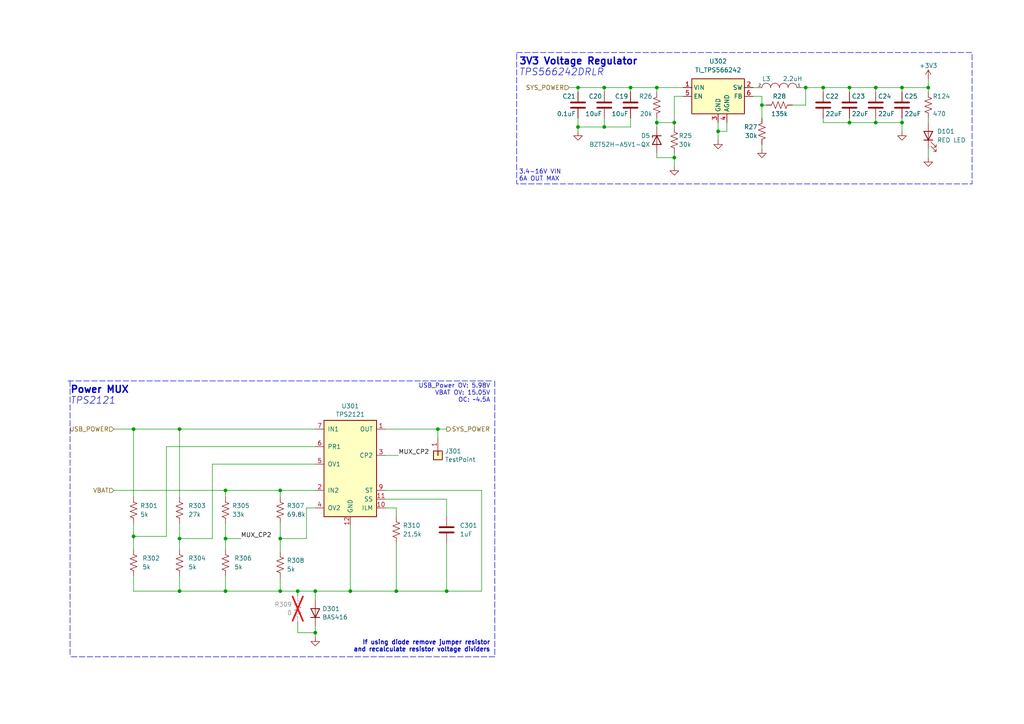
<source format=kicad_sch>
(kicad_sch (version 20230121) (generator eeschema)

  (uuid a3d4693f-0e63-4941-9445-becc1a2c32d1)

  (paper "A4")

  (title_block
    (title "MIDAS Power Circuitry MK1.1")
    (date "2024-01-11")
    (rev "A")
    (company "Illinois Space Society")
  )

  (lib_symbols
    (symbol "Connector_Generic:Conn_01x01" (pin_names (offset 1.016) hide) (in_bom yes) (on_board yes)
      (property "Reference" "J" (at 0 2.54 0)
        (effects (font (size 1.27 1.27)))
      )
      (property "Value" "Conn_01x01" (at 0 -2.54 0)
        (effects (font (size 1.27 1.27)))
      )
      (property "Footprint" "" (at 0 0 0)
        (effects (font (size 1.27 1.27)) hide)
      )
      (property "Datasheet" "~" (at 0 0 0)
        (effects (font (size 1.27 1.27)) hide)
      )
      (property "ki_keywords" "connector" (at 0 0 0)
        (effects (font (size 1.27 1.27)) hide)
      )
      (property "ki_description" "Generic connector, single row, 01x01, script generated (kicad-library-utils/schlib/autogen/connector/)" (at 0 0 0)
        (effects (font (size 1.27 1.27)) hide)
      )
      (property "ki_fp_filters" "Connector*:*_1x??_*" (at 0 0 0)
        (effects (font (size 1.27 1.27)) hide)
      )
      (symbol "Conn_01x01_1_1"
        (rectangle (start -1.27 0.127) (end 0 -0.127)
          (stroke (width 0.1524) (type default))
          (fill (type none))
        )
        (rectangle (start -1.27 1.27) (end 1.27 -1.27)
          (stroke (width 0.254) (type default))
          (fill (type background))
        )
        (pin passive line (at -5.08 0 0) (length 3.81)
          (name "Pin_1" (effects (font (size 1.27 1.27))))
          (number "1" (effects (font (size 1.27 1.27))))
        )
      )
    )
    (symbol "Device:C" (pin_numbers hide) (pin_names (offset 0.254)) (in_bom yes) (on_board yes)
      (property "Reference" "C" (at 0.635 2.54 0)
        (effects (font (size 1.27 1.27)) (justify left))
      )
      (property "Value" "C" (at 0.635 -2.54 0)
        (effects (font (size 1.27 1.27)) (justify left))
      )
      (property "Footprint" "" (at 0.9652 -3.81 0)
        (effects (font (size 1.27 1.27)) hide)
      )
      (property "Datasheet" "~" (at 0 0 0)
        (effects (font (size 1.27 1.27)) hide)
      )
      (property "ki_keywords" "cap capacitor" (at 0 0 0)
        (effects (font (size 1.27 1.27)) hide)
      )
      (property "ki_description" "Unpolarized capacitor" (at 0 0 0)
        (effects (font (size 1.27 1.27)) hide)
      )
      (property "ki_fp_filters" "C_*" (at 0 0 0)
        (effects (font (size 1.27 1.27)) hide)
      )
      (symbol "C_0_1"
        (polyline
          (pts
            (xy -2.032 -0.762)
            (xy 2.032 -0.762)
          )
          (stroke (width 0.508) (type default))
          (fill (type none))
        )
        (polyline
          (pts
            (xy -2.032 0.762)
            (xy 2.032 0.762)
          )
          (stroke (width 0.508) (type default))
          (fill (type none))
        )
      )
      (symbol "C_1_1"
        (pin passive line (at 0 3.81 270) (length 2.794)
          (name "~" (effects (font (size 1.27 1.27))))
          (number "1" (effects (font (size 1.27 1.27))))
        )
        (pin passive line (at 0 -3.81 90) (length 2.794)
          (name "~" (effects (font (size 1.27 1.27))))
          (number "2" (effects (font (size 1.27 1.27))))
        )
      )
    )
    (symbol "Device:D" (pin_numbers hide) (pin_names (offset 1.016) hide) (in_bom yes) (on_board yes)
      (property "Reference" "D" (at 0 2.54 0)
        (effects (font (size 1.27 1.27)))
      )
      (property "Value" "D" (at 0 -2.54 0)
        (effects (font (size 1.27 1.27)))
      )
      (property "Footprint" "" (at 0 0 0)
        (effects (font (size 1.27 1.27)) hide)
      )
      (property "Datasheet" "~" (at 0 0 0)
        (effects (font (size 1.27 1.27)) hide)
      )
      (property "Sim.Device" "D" (at 0 0 0)
        (effects (font (size 1.27 1.27)) hide)
      )
      (property "Sim.Pins" "1=K 2=A" (at 0 0 0)
        (effects (font (size 1.27 1.27)) hide)
      )
      (property "ki_keywords" "diode" (at 0 0 0)
        (effects (font (size 1.27 1.27)) hide)
      )
      (property "ki_description" "Diode" (at 0 0 0)
        (effects (font (size 1.27 1.27)) hide)
      )
      (property "ki_fp_filters" "TO-???* *_Diode_* *SingleDiode* D_*" (at 0 0 0)
        (effects (font (size 1.27 1.27)) hide)
      )
      (symbol "D_0_1"
        (polyline
          (pts
            (xy -1.27 1.27)
            (xy -1.27 -1.27)
          )
          (stroke (width 0.254) (type default))
          (fill (type none))
        )
        (polyline
          (pts
            (xy 1.27 0)
            (xy -1.27 0)
          )
          (stroke (width 0) (type default))
          (fill (type none))
        )
        (polyline
          (pts
            (xy 1.27 1.27)
            (xy 1.27 -1.27)
            (xy -1.27 0)
            (xy 1.27 1.27)
          )
          (stroke (width 0.254) (type default))
          (fill (type none))
        )
      )
      (symbol "D_1_1"
        (pin passive line (at -3.81 0 0) (length 2.54)
          (name "K" (effects (font (size 1.27 1.27))))
          (number "1" (effects (font (size 1.27 1.27))))
        )
        (pin passive line (at 3.81 0 180) (length 2.54)
          (name "A" (effects (font (size 1.27 1.27))))
          (number "2" (effects (font (size 1.27 1.27))))
        )
      )
    )
    (symbol "Device:D_Zener" (pin_numbers hide) (pin_names (offset 1.016) hide) (in_bom yes) (on_board yes)
      (property "Reference" "D" (at 0 2.54 0)
        (effects (font (size 1.27 1.27)))
      )
      (property "Value" "D_Zener" (at 0 -2.54 0)
        (effects (font (size 1.27 1.27)))
      )
      (property "Footprint" "" (at 0 0 0)
        (effects (font (size 1.27 1.27)) hide)
      )
      (property "Datasheet" "~" (at 0 0 0)
        (effects (font (size 1.27 1.27)) hide)
      )
      (property "ki_keywords" "diode" (at 0 0 0)
        (effects (font (size 1.27 1.27)) hide)
      )
      (property "ki_description" "Zener diode" (at 0 0 0)
        (effects (font (size 1.27 1.27)) hide)
      )
      (property "ki_fp_filters" "TO-???* *_Diode_* *SingleDiode* D_*" (at 0 0 0)
        (effects (font (size 1.27 1.27)) hide)
      )
      (symbol "D_Zener_0_1"
        (polyline
          (pts
            (xy 1.27 0)
            (xy -1.27 0)
          )
          (stroke (width 0) (type default))
          (fill (type none))
        )
        (polyline
          (pts
            (xy -1.27 -1.27)
            (xy -1.27 1.27)
            (xy -0.762 1.27)
          )
          (stroke (width 0.254) (type default))
          (fill (type none))
        )
        (polyline
          (pts
            (xy 1.27 -1.27)
            (xy 1.27 1.27)
            (xy -1.27 0)
            (xy 1.27 -1.27)
          )
          (stroke (width 0.254) (type default))
          (fill (type none))
        )
      )
      (symbol "D_Zener_1_1"
        (pin passive line (at -3.81 0 0) (length 2.54)
          (name "K" (effects (font (size 1.27 1.27))))
          (number "1" (effects (font (size 1.27 1.27))))
        )
        (pin passive line (at 3.81 0 180) (length 2.54)
          (name "A" (effects (font (size 1.27 1.27))))
          (number "2" (effects (font (size 1.27 1.27))))
        )
      )
    )
    (symbol "Device:LED" (pin_numbers hide) (pin_names (offset 1.016) hide) (in_bom yes) (on_board yes)
      (property "Reference" "D" (at 0 2.54 0)
        (effects (font (size 1.27 1.27)))
      )
      (property "Value" "LED" (at 0 -2.54 0)
        (effects (font (size 1.27 1.27)))
      )
      (property "Footprint" "" (at 0 0 0)
        (effects (font (size 1.27 1.27)) hide)
      )
      (property "Datasheet" "~" (at 0 0 0)
        (effects (font (size 1.27 1.27)) hide)
      )
      (property "ki_keywords" "LED diode" (at 0 0 0)
        (effects (font (size 1.27 1.27)) hide)
      )
      (property "ki_description" "Light emitting diode" (at 0 0 0)
        (effects (font (size 1.27 1.27)) hide)
      )
      (property "ki_fp_filters" "LED* LED_SMD:* LED_THT:*" (at 0 0 0)
        (effects (font (size 1.27 1.27)) hide)
      )
      (symbol "LED_0_1"
        (polyline
          (pts
            (xy -1.27 -1.27)
            (xy -1.27 1.27)
          )
          (stroke (width 0.254) (type default))
          (fill (type none))
        )
        (polyline
          (pts
            (xy -1.27 0)
            (xy 1.27 0)
          )
          (stroke (width 0) (type default))
          (fill (type none))
        )
        (polyline
          (pts
            (xy 1.27 -1.27)
            (xy 1.27 1.27)
            (xy -1.27 0)
            (xy 1.27 -1.27)
          )
          (stroke (width 0.254) (type default))
          (fill (type none))
        )
        (polyline
          (pts
            (xy -3.048 -0.762)
            (xy -4.572 -2.286)
            (xy -3.81 -2.286)
            (xy -4.572 -2.286)
            (xy -4.572 -1.524)
          )
          (stroke (width 0) (type default))
          (fill (type none))
        )
        (polyline
          (pts
            (xy -1.778 -0.762)
            (xy -3.302 -2.286)
            (xy -2.54 -2.286)
            (xy -3.302 -2.286)
            (xy -3.302 -1.524)
          )
          (stroke (width 0) (type default))
          (fill (type none))
        )
      )
      (symbol "LED_1_1"
        (pin passive line (at -3.81 0 0) (length 2.54)
          (name "K" (effects (font (size 1.27 1.27))))
          (number "1" (effects (font (size 1.27 1.27))))
        )
        (pin passive line (at 3.81 0 180) (length 2.54)
          (name "A" (effects (font (size 1.27 1.27))))
          (number "2" (effects (font (size 1.27 1.27))))
        )
      )
    )
    (symbol "Device:R_US" (pin_numbers hide) (pin_names (offset 0)) (in_bom yes) (on_board yes)
      (property "Reference" "R" (at 2.54 0 90)
        (effects (font (size 1.27 1.27)))
      )
      (property "Value" "R_US" (at -2.54 0 90)
        (effects (font (size 1.27 1.27)))
      )
      (property "Footprint" "" (at 1.016 -0.254 90)
        (effects (font (size 1.27 1.27)) hide)
      )
      (property "Datasheet" "~" (at 0 0 0)
        (effects (font (size 1.27 1.27)) hide)
      )
      (property "ki_keywords" "R res resistor" (at 0 0 0)
        (effects (font (size 1.27 1.27)) hide)
      )
      (property "ki_description" "Resistor, US symbol" (at 0 0 0)
        (effects (font (size 1.27 1.27)) hide)
      )
      (property "ki_fp_filters" "R_*" (at 0 0 0)
        (effects (font (size 1.27 1.27)) hide)
      )
      (symbol "R_US_0_1"
        (polyline
          (pts
            (xy 0 -2.286)
            (xy 0 -2.54)
          )
          (stroke (width 0) (type default))
          (fill (type none))
        )
        (polyline
          (pts
            (xy 0 2.286)
            (xy 0 2.54)
          )
          (stroke (width 0) (type default))
          (fill (type none))
        )
        (polyline
          (pts
            (xy 0 -0.762)
            (xy 1.016 -1.143)
            (xy 0 -1.524)
            (xy -1.016 -1.905)
            (xy 0 -2.286)
          )
          (stroke (width 0) (type default))
          (fill (type none))
        )
        (polyline
          (pts
            (xy 0 0.762)
            (xy 1.016 0.381)
            (xy 0 0)
            (xy -1.016 -0.381)
            (xy 0 -0.762)
          )
          (stroke (width 0) (type default))
          (fill (type none))
        )
        (polyline
          (pts
            (xy 0 2.286)
            (xy 1.016 1.905)
            (xy 0 1.524)
            (xy -1.016 1.143)
            (xy 0 0.762)
          )
          (stroke (width 0) (type default))
          (fill (type none))
        )
      )
      (symbol "R_US_1_1"
        (pin passive line (at 0 3.81 270) (length 1.27)
          (name "~" (effects (font (size 1.27 1.27))))
          (number "1" (effects (font (size 1.27 1.27))))
        )
        (pin passive line (at 0 -3.81 90) (length 1.27)
          (name "~" (effects (font (size 1.27 1.27))))
          (number "2" (effects (font (size 1.27 1.27))))
        )
      )
    )
    (symbol "GND_1" (power) (pin_names (offset 0)) (in_bom yes) (on_board yes)
      (property "Reference" "#PWR" (at 0 -6.35 0)
        (effects (font (size 1.27 1.27)) hide)
      )
      (property "Value" "GND_1" (at 0 -3.81 0)
        (effects (font (size 1.27 1.27)))
      )
      (property "Footprint" "" (at 0 0 0)
        (effects (font (size 1.27 1.27)) hide)
      )
      (property "Datasheet" "" (at 0 0 0)
        (effects (font (size 1.27 1.27)) hide)
      )
      (property "ki_keywords" "global power" (at 0 0 0)
        (effects (font (size 1.27 1.27)) hide)
      )
      (property "ki_description" "Power symbol creates a global label with name \"GND\" , ground" (at 0 0 0)
        (effects (font (size 1.27 1.27)) hide)
      )
      (symbol "GND_1_0_1"
        (polyline
          (pts
            (xy 0 0)
            (xy 0 -1.27)
            (xy 1.27 -1.27)
            (xy 0 -2.54)
            (xy -1.27 -1.27)
            (xy 0 -1.27)
          )
          (stroke (width 0) (type default))
          (fill (type none))
        )
      )
      (symbol "GND_1_1_1"
        (pin power_in line (at 0 0 270) (length 0) hide
          (name "GND" (effects (font (size 1.27 1.27))))
          (number "1" (effects (font (size 1.27 1.27))))
        )
      )
    )
    (symbol "Power_MUX:TPS2121" (pin_names (offset 1.016)) (in_bom yes) (on_board yes)
      (property "Reference" "U" (at -6.35 16.51 0)
        (effects (font (size 1.27 1.27)))
      )
      (property "Value" "TPS2121" (at 3.81 16.51 0)
        (effects (font (size 1.27 1.27)))
      )
      (property "Footprint" "Package_VQFN:VQFN-HR-RUX0012A" (at 0 -20.32 0)
        (effects (font (size 1.27 1.27)) hide)
      )
      (property "Datasheet" "https://www.ti.com/product/TPS2121" (at 0 -22.86 0)
        (effects (font (size 1.27 1.27)) hide)
      )
      (property "ki_keywords" "2.7V to 22V 56mΩ 4.5A power mux with seamless switchover 2 inputs" (at 0 0 0)
        (effects (font (size 1.27 1.27)) hide)
      )
      (property "ki_description" "2.7V to 22V, 56-mΩ, 4.5A, power mux with seamless switchover, 2 inputs" (at 0 0 0)
        (effects (font (size 1.27 1.27)) hide)
      )
      (symbol "TPS2121_0_0"
        (rectangle (start -7.62 15.24) (end 7.62 -12.7)
          (stroke (width 0.254) (type default))
          (fill (type background))
        )
        (pin output line (at 10.16 -10.16 180) (length 2.54)
          (name "ILM" (effects (font (size 1.27 1.27))))
          (number "10" (effects (font (size 1.27 1.27))))
        )
        (pin output line (at 10.16 -7.62 180) (length 2.54)
          (name "SS" (effects (font (size 1.27 1.27))))
          (number "11" (effects (font (size 1.27 1.27))))
        )
        (pin power_in line (at 0 -15.24 90) (length 2.54)
          (name "GND" (effects (font (size 1.27 1.27))))
          (number "12" (effects (font (size 1.27 1.27))))
        )
        (pin power_in line (at -10.16 -5.08 0) (length 2.54)
          (name "IN2" (effects (font (size 1.27 1.27))))
          (number "2" (effects (font (size 1.27 1.27))))
        )
        (pin input line (at 10.16 5.08 180) (length 2.54)
          (name "CP2" (effects (font (size 1.27 1.27))))
          (number "3" (effects (font (size 1.27 1.27))))
        )
        (pin input line (at -10.16 -10.16 0) (length 2.54)
          (name "OV2" (effects (font (size 1.27 1.27))))
          (number "4" (effects (font (size 1.27 1.27))))
        )
        (pin input line (at -10.16 2.54 0) (length 2.54)
          (name "OV1" (effects (font (size 1.27 1.27))))
          (number "5" (effects (font (size 1.27 1.27))))
        )
        (pin input line (at -10.16 7.62 0) (length 2.54)
          (name "PR1" (effects (font (size 1.27 1.27))))
          (number "6" (effects (font (size 1.27 1.27))))
        )
        (pin power_in line (at -10.16 12.7 0) (length 2.54)
          (name "IN1" (effects (font (size 1.27 1.27))))
          (number "7" (effects (font (size 1.27 1.27))))
        )
        (pin output line (at 10.16 -5.08 180) (length 2.54)
          (name "ST" (effects (font (size 1.27 1.27))))
          (number "9" (effects (font (size 1.27 1.27))))
        )
      )
      (symbol "TPS2121_1_0"
        (pin power_out line (at 10.16 12.7 180) (length 2.54)
          (name "OUT" (effects (font (size 1.27 1.27))))
          (number "1" (effects (font (size 1.27 1.27))))
        )
        (pin power_out line (at 10.16 12.7 180) (length 2.54) hide
          (name "OUT" (effects (font (size 1.27 1.27))))
          (number "8" (effects (font (size 1.27 1.27))))
        )
      )
    )
    (symbol "Regulator_Texas:TI_TPS566242" (in_bom yes) (on_board yes)
      (property "Reference" "U" (at 0 10.16 0)
        (effects (font (size 1.27 1.27)))
      )
      (property "Value" "TI_TPS566242" (at 0 7.62 0)
        (effects (font (size 1.27 1.27)))
      )
      (property "Footprint" "Package_TO_SOT_SMD:SOT-563" (at 0 -12.7 0)
        (effects (font (size 1.27 1.27)) hide)
      )
      (property "Datasheet" "https://www.ti.com/lit/ds/symlink/tps566242.pdf" (at 0 -10.16 0)
        (effects (font (size 1.27 1.27)) hide)
      )
      (property "ki_keywords" "Regulator Buck Converter Texas Instruments TI 3-16V 0.6-7V" (at 0 0 0)
        (effects (font (size 1.27 1.27)) hide)
      )
      (property "ki_description" "6A Synchronous Buck Converter, 3-16V Input, 0.6-7-V Output" (at 0 0 0)
        (effects (font (size 1.27 1.27)) hide)
      )
      (symbol "TI_TPS566242_0_0"
        (pin input line (at -10.16 2.54 0) (length 2.54)
          (name "VIN" (effects (font (size 1.27 1.27))))
          (number "1" (effects (font (size 1.27 1.27))))
        )
        (pin power_in line (at 0 -7.62 90) (length 2.54)
          (name "GND" (effects (font (size 1.27 1.27))))
          (number "3" (effects (font (size 1.27 1.27))))
        )
        (pin power_in line (at 2.54 -7.62 90) (length 2.54)
          (name "AGND" (effects (font (size 1.27 1.27))))
          (number "4" (effects (font (size 1.27 1.27))))
        )
      )
      (symbol "TI_TPS566242_1_0"
        (pin input line (at 10.16 2.54 180) (length 2.54)
          (name "SW" (effects (font (size 1.27 1.27))))
          (number "2" (effects (font (size 1.27 1.27))))
        )
        (pin output line (at -10.16 0 0) (length 2.54)
          (name "EN" (effects (font (size 1.27 1.27))))
          (number "5" (effects (font (size 1.27 1.27))))
        )
        (pin input line (at 10.16 0 180) (length 2.54)
          (name "FB" (effects (font (size 1.27 1.27))))
          (number "6" (effects (font (size 1.27 1.27))))
        )
      )
      (symbol "TI_TPS566242_1_1"
        (rectangle (start -7.62 5.08) (end 7.62 -5.08)
          (stroke (width 0.254) (type default))
          (fill (type background))
        )
      )
    )
    (symbol "power:+3V3" (power) (pin_names (offset 0)) (in_bom yes) (on_board yes)
      (property "Reference" "#PWR" (at 0 -3.81 0)
        (effects (font (size 1.27 1.27)) hide)
      )
      (property "Value" "+3V3" (at 0 3.556 0)
        (effects (font (size 1.27 1.27)))
      )
      (property "Footprint" "" (at 0 0 0)
        (effects (font (size 1.27 1.27)) hide)
      )
      (property "Datasheet" "" (at 0 0 0)
        (effects (font (size 1.27 1.27)) hide)
      )
      (property "ki_keywords" "global power" (at 0 0 0)
        (effects (font (size 1.27 1.27)) hide)
      )
      (property "ki_description" "Power symbol creates a global label with name \"+3V3\"" (at 0 0 0)
        (effects (font (size 1.27 1.27)) hide)
      )
      (symbol "+3V3_0_1"
        (polyline
          (pts
            (xy -0.762 1.27)
            (xy 0 2.54)
          )
          (stroke (width 0) (type default))
          (fill (type none))
        )
        (polyline
          (pts
            (xy 0 0)
            (xy 0 2.54)
          )
          (stroke (width 0) (type default))
          (fill (type none))
        )
        (polyline
          (pts
            (xy 0 2.54)
            (xy 0.762 1.27)
          )
          (stroke (width 0) (type default))
          (fill (type none))
        )
      )
      (symbol "+3V3_1_1"
        (pin power_in line (at 0 0 90) (length 0) hide
          (name "+3V3" (effects (font (size 1.27 1.27))))
          (number "1" (effects (font (size 1.27 1.27))))
        )
      )
    )
    (symbol "power:GND" (power) (pin_names (offset 0)) (in_bom yes) (on_board yes)
      (property "Reference" "#PWR" (at 0 -6.35 0)
        (effects (font (size 1.27 1.27)) hide)
      )
      (property "Value" "GND" (at 0 -3.81 0)
        (effects (font (size 1.27 1.27)))
      )
      (property "Footprint" "" (at 0 0 0)
        (effects (font (size 1.27 1.27)) hide)
      )
      (property "Datasheet" "" (at 0 0 0)
        (effects (font (size 1.27 1.27)) hide)
      )
      (property "ki_keywords" "power-flag" (at 0 0 0)
        (effects (font (size 1.27 1.27)) hide)
      )
      (property "ki_description" "Power symbol creates a global label with name \"GND\" , ground" (at 0 0 0)
        (effects (font (size 1.27 1.27)) hide)
      )
      (symbol "GND_0_1"
        (polyline
          (pts
            (xy 0 0)
            (xy 0 -1.27)
            (xy 1.27 -1.27)
            (xy 0 -2.54)
            (xy -1.27 -1.27)
            (xy 0 -1.27)
          )
          (stroke (width 0) (type default))
          (fill (type none))
        )
      )
      (symbol "GND_1_1"
        (pin power_in line (at 0 0 270) (length 0) hide
          (name "GND" (effects (font (size 1.27 1.27))))
          (number "1" (effects (font (size 1.27 1.27))))
        )
      )
    )
    (symbol "pspice:INDUCTOR" (pin_numbers hide) (pin_names (offset 0)) (in_bom yes) (on_board yes)
      (property "Reference" "L" (at 0 2.54 0)
        (effects (font (size 1.27 1.27)))
      )
      (property "Value" "INDUCTOR" (at 0 -1.27 0)
        (effects (font (size 1.27 1.27)))
      )
      (property "Footprint" "" (at 0 0 0)
        (effects (font (size 1.27 1.27)) hide)
      )
      (property "Datasheet" "~" (at 0 0 0)
        (effects (font (size 1.27 1.27)) hide)
      )
      (property "ki_keywords" "simulation" (at 0 0 0)
        (effects (font (size 1.27 1.27)) hide)
      )
      (property "ki_description" "Inductor symbol for simulation only" (at 0 0 0)
        (effects (font (size 1.27 1.27)) hide)
      )
      (symbol "INDUCTOR_0_1"
        (arc (start -2.54 0) (mid -3.81 1.2645) (end -5.08 0)
          (stroke (width 0) (type default))
          (fill (type none))
        )
        (arc (start 0 0) (mid -1.27 1.2645) (end -2.54 0)
          (stroke (width 0) (type default))
          (fill (type none))
        )
        (arc (start 2.54 0) (mid 1.27 1.2645) (end 0 0)
          (stroke (width 0) (type default))
          (fill (type none))
        )
        (arc (start 5.08 0) (mid 3.81 1.2645) (end 2.54 0)
          (stroke (width 0) (type default))
          (fill (type none))
        )
      )
      (symbol "INDUCTOR_1_1"
        (pin input line (at -6.35 0 0) (length 1.27)
          (name "1" (effects (font (size 0.762 0.762))))
          (number "1" (effects (font (size 0.762 0.762))))
        )
        (pin input line (at 6.35 0 180) (length 1.27)
          (name "2" (effects (font (size 0.762 0.762))))
          (number "2" (effects (font (size 0.762 0.762))))
        )
      )
    )
  )

  (junction (at 81.28 142.24) (diameter 0) (color 0 0 0 0)
    (uuid 04ca0a77-b73f-40bd-8ec3-f76415c67001)
  )
  (junction (at 114.935 171.45) (diameter 0) (color 0 0 0 0)
    (uuid 06df0253-e5da-4c3a-a2bd-6e1d986790e1)
  )
  (junction (at 254 35.56) (diameter 0) (color 0 0 0 0)
    (uuid 0db874d3-782b-414b-962f-17b7db5caf45)
  )
  (junction (at 269.24 25.4) (diameter 0) (color 0 0 0 0)
    (uuid 18cb8081-397d-4ac3-aba6-48ee9e84fae7)
  )
  (junction (at 81.28 171.45) (diameter 0) (color 0 0 0 0)
    (uuid 1db8b8c5-6c04-4e50-b194-be17dc46fb03)
  )
  (junction (at 175.26 25.4) (diameter 0) (color 0 0 0 0)
    (uuid 20af3b9e-414c-4940-8495-d55ea8fe689f)
  )
  (junction (at 52.07 171.45) (diameter 0) (color 0 0 0 0)
    (uuid 210a263b-dd6c-4f2b-835c-7b9235095e01)
  )
  (junction (at 52.07 156.21) (diameter 0) (color 0 0 0 0)
    (uuid 227344c5-3a1a-4a1f-bb01-1739ce555fa5)
  )
  (junction (at 38.735 124.46) (diameter 0) (color 0 0 0 0)
    (uuid 253ea336-76a8-4f7e-a7c8-3e2ea215e8d8)
  )
  (junction (at 101.6 171.45) (diameter 0) (color 0 0 0 0)
    (uuid 25f4fa70-a19c-4c63-ac79-d12605a35a42)
  )
  (junction (at 261.62 25.4) (diameter 0) (color 0 0 0 0)
    (uuid 26465630-f0fc-4193-9f97-aa8fb7598a98)
  )
  (junction (at 81.28 156.21) (diameter 0) (color 0 0 0 0)
    (uuid 3f00a802-afe9-40e8-acca-b372420364f2)
  )
  (junction (at 254 25.4) (diameter 0) (color 0 0 0 0)
    (uuid 455f3903-7698-4a03-ab02-09ec9290f35f)
  )
  (junction (at 246.38 25.4) (diameter 0) (color 0 0 0 0)
    (uuid 47df06e7-89da-432c-8ee7-ae88651113fc)
  )
  (junction (at 167.64 36.83) (diameter 0) (color 0 0 0 0)
    (uuid 56c89aea-dc7f-4a8b-9592-056240e4168f)
  )
  (junction (at 220.98 30.48) (diameter 0) (color 0 0 0 0)
    (uuid 6ca467c5-3ff4-4471-8c3c-715f9b4cb714)
  )
  (junction (at 91.44 171.45) (diameter 0) (color 0 0 0 0)
    (uuid 75536414-40a0-455d-884d-9b158c58f691)
  )
  (junction (at 190.5 25.4) (diameter 0) (color 0 0 0 0)
    (uuid 75b67c28-46f6-493c-8c32-0c5379673126)
  )
  (junction (at 91.44 183.515) (diameter 0) (color 0 0 0 0)
    (uuid 7e6a746b-0395-4248-a472-864315e02579)
  )
  (junction (at 65.405 142.24) (diameter 0) (color 0 0 0 0)
    (uuid 9c2b2683-ea71-4ded-aefc-7be6c665a808)
  )
  (junction (at 261.62 35.56) (diameter 0) (color 0 0 0 0)
    (uuid a07f08ac-4ff9-4097-829f-33ddc7ea94ee)
  )
  (junction (at 195.58 35.56) (diameter 0) (color 0 0 0 0)
    (uuid a2caeef7-6adf-4cab-8e31-78196776492b)
  )
  (junction (at 65.405 156.21) (diameter 0) (color 0 0 0 0)
    (uuid aa023ad7-9751-47d4-8267-52922694a653)
  )
  (junction (at 238.76 25.4) (diameter 0) (color 0 0 0 0)
    (uuid aabdb80b-9e95-4603-85d9-b2f0c85bd118)
  )
  (junction (at 182.88 25.4) (diameter 0) (color 0 0 0 0)
    (uuid aeedf9bb-f099-4c66-bcbf-9f382f0da698)
  )
  (junction (at 195.58 45.72) (diameter 0) (color 0 0 0 0)
    (uuid afa02665-0da9-45d5-a914-5379c7e933c1)
  )
  (junction (at 52.07 124.46) (diameter 0) (color 0 0 0 0)
    (uuid b93f0ed9-b217-4c19-877f-319642e2c92e)
  )
  (junction (at 38.735 155.575) (diameter 0) (color 0 0 0 0)
    (uuid b97c3f1a-f2fe-4de3-9e05-121a78ddff44)
  )
  (junction (at 86.36 171.45) (diameter 0) (color 0 0 0 0)
    (uuid c0e22ffe-0780-4714-b841-69b610fc3e08)
  )
  (junction (at 208.28 38.1) (diameter 0) (color 0 0 0 0)
    (uuid c4653a06-00ed-4c43-8967-2ab6ff0c2fac)
  )
  (junction (at 233.68 25.4) (diameter 0) (color 0 0 0 0)
    (uuid ca471344-2a5f-48ee-a5d4-b88b5abe4a4c)
  )
  (junction (at 127 124.46) (diameter 0) (color 0 0 0 0)
    (uuid cb6dfdfe-7bb2-424d-b5be-2bc0d0df73e2)
  )
  (junction (at 167.64 25.4) (diameter 0) (color 0 0 0 0)
    (uuid dd78c6b3-de0b-4164-95b3-a98e3f6334b5)
  )
  (junction (at 129.54 171.45) (diameter 0) (color 0 0 0 0)
    (uuid e3261061-e4fe-423f-83a3-2b31210b21d5)
  )
  (junction (at 190.5 35.56) (diameter 0) (color 0 0 0 0)
    (uuid e56444e3-1654-4007-a40c-5b276e067442)
  )
  (junction (at 175.26 36.83) (diameter 0) (color 0 0 0 0)
    (uuid edab02c0-d5ca-467b-9a0d-196f327aa751)
  )
  (junction (at 65.405 171.45) (diameter 0) (color 0 0 0 0)
    (uuid fd745ccd-37da-4732-b06b-4ffaea0ab10b)
  )
  (junction (at 246.38 35.56) (diameter 0) (color 0 0 0 0)
    (uuid ff0d4fc5-02f6-4f37-9e19-3c3e1e752250)
  )

  (wire (pts (xy 229.87 30.48) (xy 233.68 30.48))
    (stroke (width 0) (type default))
    (uuid 013ed406-3a26-4022-9229-d71127759555)
  )
  (wire (pts (xy 269.24 34.29) (xy 269.24 35.56))
    (stroke (width 0) (type default))
    (uuid 043b9b1c-bdfe-40b4-8705-effd91356edf)
  )
  (wire (pts (xy 261.62 38.1) (xy 261.62 35.56))
    (stroke (width 0) (type default))
    (uuid 08a16e87-1127-47d2-be63-92fe697a4355)
  )
  (wire (pts (xy 190.5 25.4) (xy 190.5 26.67))
    (stroke (width 0) (type default))
    (uuid 1083b3a5-7bae-494e-9c07-135d156176df)
  )
  (wire (pts (xy 65.405 156.21) (xy 65.405 159.385))
    (stroke (width 0) (type default))
    (uuid 120a05a5-af8d-4a08-a3ca-683a4727ac0b)
  )
  (wire (pts (xy 111.76 132.08) (xy 115.57 132.08))
    (stroke (width 0) (type default))
    (uuid 13df9326-49a1-4e07-bd71-addfcb3950c4)
  )
  (wire (pts (xy 261.62 35.56) (xy 254 35.56))
    (stroke (width 0) (type default))
    (uuid 15442a71-2b76-4046-8f7a-ea2a9ff9ce73)
  )
  (wire (pts (xy 69.85 156.21) (xy 65.405 156.21))
    (stroke (width 0) (type default))
    (uuid 18bec0ce-ac54-4179-bc8c-df8e2eafa9f4)
  )
  (wire (pts (xy 33.02 124.46) (xy 38.735 124.46))
    (stroke (width 0) (type default))
    (uuid 19dfb8a8-34d6-47e7-9cd3-f890329b8f58)
  )
  (wire (pts (xy 81.28 156.21) (xy 88.9 156.21))
    (stroke (width 0) (type default))
    (uuid 1b495c07-55d2-4212-bd94-d7c04f721c6c)
  )
  (wire (pts (xy 114.935 147.32) (xy 114.935 149.86))
    (stroke (width 0) (type default))
    (uuid 20b6289a-3b9e-4ba1-9a84-0a9b68092bea)
  )
  (wire (pts (xy 65.405 167.005) (xy 65.405 171.45))
    (stroke (width 0) (type default))
    (uuid 21118684-7510-442d-a535-cea515ef32bb)
  )
  (wire (pts (xy 114.935 157.48) (xy 114.935 171.45))
    (stroke (width 0) (type default))
    (uuid 22b02c78-a34f-4e0f-b6c3-68a52942bfef)
  )
  (wire (pts (xy 218.44 27.94) (xy 220.98 27.94))
    (stroke (width 0) (type default))
    (uuid 282c811b-8368-4bc2-aa24-7dd6215e4337)
  )
  (wire (pts (xy 38.735 167.005) (xy 38.735 171.45))
    (stroke (width 0) (type default))
    (uuid 2bb855b7-c485-4de4-9bc1-68f6b388b3e8)
  )
  (wire (pts (xy 65.405 142.24) (xy 81.28 142.24))
    (stroke (width 0) (type default))
    (uuid 2bc0e6ae-3ef7-426d-8e45-ec4bb600e3f2)
  )
  (wire (pts (xy 182.88 34.29) (xy 182.88 36.83))
    (stroke (width 0) (type default))
    (uuid 2c2feb3c-2425-437f-bcc7-51cbdc701076)
  )
  (wire (pts (xy 269.24 22.86) (xy 269.24 25.4))
    (stroke (width 0) (type default))
    (uuid 2c848bbb-53bd-49cf-93de-7992b02d9bca)
  )
  (wire (pts (xy 167.64 26.67) (xy 167.64 25.4))
    (stroke (width 0) (type default))
    (uuid 2d9b6e40-f27d-475a-996d-f67aadcc5e84)
  )
  (wire (pts (xy 86.36 180.34) (xy 86.36 183.515))
    (stroke (width 0) (type default))
    (uuid 2dae55fd-4170-490e-8df7-3d847781b8a5)
  )
  (wire (pts (xy 91.44 183.515) (xy 91.44 184.785))
    (stroke (width 0) (type default))
    (uuid 2e13f54c-ea01-48a6-86b7-d58367de64d7)
  )
  (wire (pts (xy 88.9 147.32) (xy 88.9 156.21))
    (stroke (width 0) (type default))
    (uuid 2f4e2fee-09af-4e0d-b51b-ed869627c610)
  )
  (wire (pts (xy 195.58 45.72) (xy 195.58 44.45))
    (stroke (width 0) (type default))
    (uuid 3419bcba-6fbf-43a3-8e2d-6686ea05ac42)
  )
  (polyline (pts (xy 20.32 110.49) (xy 20.32 190.5))
    (stroke (width 0) (type dash))
    (uuid 3c281580-c1e0-440c-8d63-b469a335982e)
  )

  (wire (pts (xy 190.5 25.4) (xy 198.12 25.4))
    (stroke (width 0) (type default))
    (uuid 3cfbae40-eb59-482e-9dd3-68cdc519ba3f)
  )
  (wire (pts (xy 208.28 40.64) (xy 208.28 38.1))
    (stroke (width 0) (type default))
    (uuid 3e5d98a8-336c-43b7-8be8-63c3b30167bd)
  )
  (wire (pts (xy 38.735 171.45) (xy 52.07 171.45))
    (stroke (width 0) (type default))
    (uuid 3e6eeaa8-6aac-43e0-934d-1fbcfde74765)
  )
  (polyline (pts (xy 143.51 110.49) (xy 143.51 190.5))
    (stroke (width 0) (type dash))
    (uuid 3f077889-d024-49e7-ab84-7b28284a2ed9)
  )

  (wire (pts (xy 111.76 142.24) (xy 139.7 142.24))
    (stroke (width 0) (type default))
    (uuid 4246fe3c-8253-4b22-b79e-19937b4f3ba3)
  )
  (wire (pts (xy 238.76 25.4) (xy 246.38 25.4))
    (stroke (width 0) (type default))
    (uuid 433452f5-417d-4950-94f5-3674154c7d19)
  )
  (wire (pts (xy 195.58 35.56) (xy 195.58 36.83))
    (stroke (width 0) (type default))
    (uuid 485a9847-8e1a-4eaa-bad6-85c1a10e9974)
  )
  (polyline (pts (xy 143.51 190.5) (xy 20.32 190.5))
    (stroke (width 0) (type dash))
    (uuid 49f8af60-4f18-47a0-a2ab-7c82391f94d2)
  )

  (wire (pts (xy 167.64 36.83) (xy 167.64 38.1))
    (stroke (width 0) (type default))
    (uuid 4a2b650b-5ac3-4e1d-bfbd-cfe6ed0a848c)
  )
  (wire (pts (xy 81.28 151.765) (xy 81.28 156.21))
    (stroke (width 0) (type default))
    (uuid 4b23e9bf-9d67-4351-874f-f7ee41ffcdd0)
  )
  (wire (pts (xy 254 35.56) (xy 246.38 35.56))
    (stroke (width 0) (type default))
    (uuid 4c287f1d-9d61-4fcb-817f-9181642a8aeb)
  )
  (wire (pts (xy 61.595 134.62) (xy 91.44 134.62))
    (stroke (width 0) (type default))
    (uuid 4d2f2d0b-9aae-4305-b4aa-e3f76ef15691)
  )
  (wire (pts (xy 220.98 43.18) (xy 220.98 41.91))
    (stroke (width 0) (type default))
    (uuid 4ef71f5e-278f-455c-b481-a56af4bcc8cc)
  )
  (wire (pts (xy 246.38 25.4) (xy 246.38 26.67))
    (stroke (width 0) (type default))
    (uuid 504fcd99-26e5-4816-9db1-443cfc8e7a4a)
  )
  (wire (pts (xy 175.26 36.83) (xy 182.88 36.83))
    (stroke (width 0) (type default))
    (uuid 521747c7-cd52-474f-a396-78f134c78204)
  )
  (wire (pts (xy 91.44 171.45) (xy 101.6 171.45))
    (stroke (width 0) (type default))
    (uuid 53c76023-3748-4713-a267-1a0e166b318d)
  )
  (wire (pts (xy 48.26 155.575) (xy 38.735 155.575))
    (stroke (width 0) (type default))
    (uuid 53d3dc42-5c18-4c13-b1a7-146a03d81749)
  )
  (wire (pts (xy 261.62 35.56) (xy 261.62 34.29))
    (stroke (width 0) (type default))
    (uuid 55545d76-a713-4488-b1aa-b426c18e0b7f)
  )
  (wire (pts (xy 81.28 156.21) (xy 81.28 160.02))
    (stroke (width 0) (type default))
    (uuid 55641089-67fc-4345-8b7b-05162a71a7ba)
  )
  (wire (pts (xy 195.58 27.94) (xy 195.58 35.56))
    (stroke (width 0) (type default))
    (uuid 56fcce69-a588-4772-80ef-0f60d06ba969)
  )
  (wire (pts (xy 52.07 171.45) (xy 65.405 171.45))
    (stroke (width 0) (type default))
    (uuid 59849180-2fc9-4294-a4d9-260b0e643d52)
  )
  (wire (pts (xy 175.26 25.4) (xy 182.88 25.4))
    (stroke (width 0) (type default))
    (uuid 5d14cb61-8ce0-4afe-a736-418be600ff8a)
  )
  (wire (pts (xy 129.54 157.48) (xy 129.54 171.45))
    (stroke (width 0) (type default))
    (uuid 60226ce8-a4bc-4f2a-81b9-b20de32ce203)
  )
  (wire (pts (xy 65.405 171.45) (xy 81.28 171.45))
    (stroke (width 0) (type default))
    (uuid 62e85606-2954-4dab-a291-e53d433bc81d)
  )
  (wire (pts (xy 114.935 171.45) (xy 129.54 171.45))
    (stroke (width 0) (type default))
    (uuid 6377da84-49b9-421d-be15-83eb8d64d4bc)
  )
  (polyline (pts (xy 19.685 110.49) (xy 142.875 110.49))
    (stroke (width 0) (type dash))
    (uuid 64928366-bad7-4139-815b-24916fa66ebd)
  )

  (wire (pts (xy 38.735 155.575) (xy 38.735 159.385))
    (stroke (width 0) (type default))
    (uuid 6522db33-b9ad-460f-bcf9-d269b66c9fa7)
  )
  (wire (pts (xy 61.595 156.21) (xy 61.595 134.62))
    (stroke (width 0) (type default))
    (uuid 68e5b49b-1619-4724-a355-7b05d987d96c)
  )
  (wire (pts (xy 101.6 171.45) (xy 114.935 171.45))
    (stroke (width 0) (type default))
    (uuid 69a35581-801d-48b1-97b6-7e6599369c44)
  )
  (wire (pts (xy 127 124.46) (xy 129.54 124.46))
    (stroke (width 0) (type default))
    (uuid 6de4dc38-de84-4715-8c14-f1a33c5c8cf9)
  )
  (wire (pts (xy 220.98 30.48) (xy 222.25 30.48))
    (stroke (width 0) (type default))
    (uuid 725558c9-8a38-49dd-86c6-65ca2e13b1ec)
  )
  (wire (pts (xy 111.76 124.46) (xy 127 124.46))
    (stroke (width 0) (type default))
    (uuid 7255cd68-9a88-4c89-a52d-db546627e99b)
  )
  (wire (pts (xy 91.44 171.45) (xy 91.44 173.99))
    (stroke (width 0) (type default))
    (uuid 72e54dd2-3da6-4831-93c7-aa3dcc1693b0)
  )
  (wire (pts (xy 233.68 25.4) (xy 238.76 25.4))
    (stroke (width 0) (type default))
    (uuid 7601e259-b51d-4f82-9a6a-342d51f4db10)
  )
  (wire (pts (xy 220.98 27.94) (xy 220.98 30.48))
    (stroke (width 0) (type default))
    (uuid 77540850-9749-4a1d-845b-494668ad1a0b)
  )
  (wire (pts (xy 254 25.4) (xy 261.62 25.4))
    (stroke (width 0) (type default))
    (uuid 7db31428-df46-4c13-9096-177af0ebfefe)
  )
  (wire (pts (xy 48.26 129.54) (xy 91.44 129.54))
    (stroke (width 0) (type default))
    (uuid 83fafd68-d377-41f7-ae3e-855ad45bf4c3)
  )
  (wire (pts (xy 52.07 167.005) (xy 52.07 171.45))
    (stroke (width 0) (type default))
    (uuid 8557502e-9aa2-46cd-88bc-9a553c426d5e)
  )
  (wire (pts (xy 167.64 25.4) (xy 175.26 25.4))
    (stroke (width 0) (type default))
    (uuid 8868b10d-5a51-4a16-ab53-ef91736c7e1a)
  )
  (wire (pts (xy 48.26 129.54) (xy 48.26 155.575))
    (stroke (width 0) (type default))
    (uuid 8a192b03-8458-46bb-8857-6571f699a1a5)
  )
  (wire (pts (xy 81.28 171.45) (xy 86.36 171.45))
    (stroke (width 0) (type default))
    (uuid 8a4d22af-0318-4076-8388-84ebc19c6817)
  )
  (wire (pts (xy 246.38 25.4) (xy 254 25.4))
    (stroke (width 0) (type default))
    (uuid 8ee6fdfa-1cf5-4813-9e9e-7ad6f0e9ec2d)
  )
  (wire (pts (xy 111.76 147.32) (xy 114.935 147.32))
    (stroke (width 0) (type default))
    (uuid 9257f2bf-8907-414d-a5b1-bc74cbf1de20)
  )
  (wire (pts (xy 232.41 25.4) (xy 233.68 25.4))
    (stroke (width 0) (type default))
    (uuid 927d81fc-9504-423e-a3fd-25150e97cbd6)
  )
  (wire (pts (xy 165.1 25.4) (xy 167.64 25.4))
    (stroke (width 0) (type default))
    (uuid 92b35848-5b82-424e-8574-4ed0cbd411b3)
  )
  (wire (pts (xy 246.38 35.56) (xy 238.76 35.56))
    (stroke (width 0) (type default))
    (uuid 93593d07-6552-4738-883a-da14c4f739a1)
  )
  (wire (pts (xy 111.76 144.78) (xy 129.54 144.78))
    (stroke (width 0) (type default))
    (uuid 97d3b926-298f-4dac-8c03-b0207abd2633)
  )
  (wire (pts (xy 269.24 45.72) (xy 269.24 43.18))
    (stroke (width 0) (type default))
    (uuid 9b4d84cf-649e-4da5-9bfa-7049ed698caf)
  )
  (wire (pts (xy 218.44 25.4) (xy 219.71 25.4))
    (stroke (width 0) (type default))
    (uuid 9bc471f4-aa8b-4cd9-81d9-a07c2c8f3ce5)
  )
  (wire (pts (xy 195.58 48.26) (xy 195.58 45.72))
    (stroke (width 0) (type default))
    (uuid 9c179407-d88e-48eb-8624-c55664bd0d58)
  )
  (wire (pts (xy 139.7 171.45) (xy 139.7 142.24))
    (stroke (width 0) (type default))
    (uuid 9d379c20-8de5-479a-b033-e0c236f11486)
  )
  (wire (pts (xy 190.5 34.29) (xy 190.5 35.56))
    (stroke (width 0) (type default))
    (uuid 9e9bd707-e120-4b05-90a9-6e4ec397d102)
  )
  (wire (pts (xy 52.07 156.21) (xy 52.07 159.385))
    (stroke (width 0) (type default))
    (uuid a030f543-01bd-49da-8552-8408e0622a5c)
  )
  (wire (pts (xy 261.62 25.4) (xy 269.24 25.4))
    (stroke (width 0) (type default))
    (uuid a6d93f29-87f9-40b7-a7aa-ae38b44fd3a1)
  )
  (wire (pts (xy 190.5 44.45) (xy 190.5 45.72))
    (stroke (width 0) (type default))
    (uuid a76e7fd0-0721-4fbd-a6d4-95697e70e212)
  )
  (wire (pts (xy 38.735 151.765) (xy 38.735 155.575))
    (stroke (width 0) (type default))
    (uuid b16a3b2e-98f2-4cff-86f5-1ce347f1b28d)
  )
  (wire (pts (xy 81.28 142.24) (xy 81.28 144.145))
    (stroke (width 0) (type default))
    (uuid bacb69ff-a8aa-4c48-9b93-1be852952751)
  )
  (wire (pts (xy 238.76 25.4) (xy 238.76 26.67))
    (stroke (width 0) (type default))
    (uuid bb3b0ffc-c117-486a-8983-760197cb9bcb)
  )
  (wire (pts (xy 233.68 25.4) (xy 233.68 30.48))
    (stroke (width 0) (type default))
    (uuid beb2f100-b21e-4e14-ac82-61f8cc495ead)
  )
  (wire (pts (xy 175.26 25.4) (xy 175.26 26.67))
    (stroke (width 0) (type default))
    (uuid bf11034d-5cd5-425d-bcc5-7973db83a58b)
  )
  (wire (pts (xy 129.54 171.45) (xy 139.7 171.45))
    (stroke (width 0) (type default))
    (uuid c256c437-9d25-4282-8bb9-d8c3352200b0)
  )
  (wire (pts (xy 220.98 30.48) (xy 220.98 34.29))
    (stroke (width 0) (type default))
    (uuid c52dfd7e-d95b-4486-8d79-ce2bcc55ec9e)
  )
  (wire (pts (xy 52.07 124.46) (xy 91.44 124.46))
    (stroke (width 0) (type default))
    (uuid c59ffdf7-ae78-4911-b0a6-52b154dc49a8)
  )
  (wire (pts (xy 190.5 35.56) (xy 195.58 35.56))
    (stroke (width 0) (type default))
    (uuid c6756a3a-9c4c-41b0-a6bc-b9ba5d1d04ee)
  )
  (wire (pts (xy 210.82 35.56) (xy 210.82 38.1))
    (stroke (width 0) (type default))
    (uuid c6782741-ef5c-4aca-bb8d-7c0a95608049)
  )
  (wire (pts (xy 208.28 35.56) (xy 208.28 38.1))
    (stroke (width 0) (type default))
    (uuid c86a25fb-0875-47e1-9f34-f6fd188c6c08)
  )
  (wire (pts (xy 261.62 25.4) (xy 261.62 26.67))
    (stroke (width 0) (type default))
    (uuid c8950f66-151f-4237-82b9-99ad874d9560)
  )
  (wire (pts (xy 167.64 36.83) (xy 175.26 36.83))
    (stroke (width 0) (type default))
    (uuid ccaa22f8-a97a-4e21-a362-9adf0e06ceda)
  )
  (wire (pts (xy 190.5 35.56) (xy 190.5 36.83))
    (stroke (width 0) (type default))
    (uuid cfdd296c-cf85-4542-9431-17fa8111747b)
  )
  (wire (pts (xy 182.88 25.4) (xy 190.5 25.4))
    (stroke (width 0) (type default))
    (uuid d0532c79-011b-4352-992e-28090de64aee)
  )
  (wire (pts (xy 65.405 151.765) (xy 65.405 156.21))
    (stroke (width 0) (type default))
    (uuid d2b00c76-649d-45ad-a43f-88e05ea5aebc)
  )
  (wire (pts (xy 38.735 124.46) (xy 38.735 144.145))
    (stroke (width 0) (type default))
    (uuid d3a285be-6c83-4ad2-a433-b3f70166f550)
  )
  (wire (pts (xy 167.64 34.29) (xy 167.64 36.83))
    (stroke (width 0) (type default))
    (uuid d54ad0c4-20e7-40b1-9f66-f475b14eb56f)
  )
  (wire (pts (xy 254 34.29) (xy 254 35.56))
    (stroke (width 0) (type default))
    (uuid d70b196b-ecc5-4e9b-b69e-e84b6430f27f)
  )
  (wire (pts (xy 210.82 38.1) (xy 208.28 38.1))
    (stroke (width 0) (type default))
    (uuid d85e235c-8bb5-49ff-87a3-46f1b5f321bf)
  )
  (wire (pts (xy 91.44 181.61) (xy 91.44 183.515))
    (stroke (width 0) (type default))
    (uuid d93efdd5-a2c5-4dcb-9729-8dcd4d46ae07)
  )
  (wire (pts (xy 175.26 34.29) (xy 175.26 36.83))
    (stroke (width 0) (type default))
    (uuid d9a314ad-4c36-405f-a227-937da34428e5)
  )
  (wire (pts (xy 86.36 183.515) (xy 91.44 183.515))
    (stroke (width 0) (type default))
    (uuid da051741-6d36-4c00-8c09-b88a9d70552c)
  )
  (wire (pts (xy 190.5 45.72) (xy 195.58 45.72))
    (stroke (width 0) (type default))
    (uuid dc14455b-529d-4c51-80c2-d952f2caf434)
  )
  (wire (pts (xy 52.07 151.765) (xy 52.07 156.21))
    (stroke (width 0) (type default))
    (uuid dc949e58-97d6-4c9a-8204-5366ccb59090)
  )
  (wire (pts (xy 198.12 27.94) (xy 195.58 27.94))
    (stroke (width 0) (type default))
    (uuid e03466c4-0137-437a-a01a-22b09f05a2bc)
  )
  (wire (pts (xy 86.36 171.45) (xy 91.44 171.45))
    (stroke (width 0) (type default))
    (uuid e0b947f0-ea23-4fef-85af-872a43230111)
  )
  (wire (pts (xy 269.24 25.4) (xy 269.24 26.67))
    (stroke (width 0) (type default))
    (uuid e1387284-9558-4103-b31b-39c446e7582c)
  )
  (wire (pts (xy 246.38 34.29) (xy 246.38 35.56))
    (stroke (width 0) (type default))
    (uuid e15f8981-5006-42c2-a9e1-1a90d6d5638f)
  )
  (wire (pts (xy 127 124.46) (xy 127 127))
    (stroke (width 0) (type default))
    (uuid e24f9382-38d8-4f2c-9838-8db17d9d0f63)
  )
  (wire (pts (xy 52.07 124.46) (xy 52.07 144.145))
    (stroke (width 0) (type default))
    (uuid e7a0ae12-d55b-4c6f-9949-44b7c21d2772)
  )
  (wire (pts (xy 33.02 142.24) (xy 65.405 142.24))
    (stroke (width 0) (type default))
    (uuid eb3791b7-5578-469f-9bfe-ace3d4c6dd5d)
  )
  (wire (pts (xy 81.28 167.64) (xy 81.28 171.45))
    (stroke (width 0) (type default))
    (uuid ebd7069e-fe3e-4f83-accd-6fb79c2be10e)
  )
  (wire (pts (xy 101.6 152.4) (xy 101.6 171.45))
    (stroke (width 0) (type default))
    (uuid ee7fb8a7-aa3a-48b9-ba18-bfcdbb95afcf)
  )
  (wire (pts (xy 238.76 34.29) (xy 238.76 35.56))
    (stroke (width 0) (type default))
    (uuid f05413bc-7434-4fc0-bc6c-05bc6d66c4f6)
  )
  (wire (pts (xy 81.28 142.24) (xy 91.44 142.24))
    (stroke (width 0) (type default))
    (uuid f07f9f1c-1c85-4703-baf9-f3cfe15ce30c)
  )
  (wire (pts (xy 52.07 156.21) (xy 61.595 156.21))
    (stroke (width 0) (type default))
    (uuid f1c121eb-51fd-47c2-baa2-5cce14d26c59)
  )
  (wire (pts (xy 129.54 144.78) (xy 129.54 149.86))
    (stroke (width 0) (type default))
    (uuid f28814c2-08ea-409b-a40b-120b6676f1f4)
  )
  (wire (pts (xy 38.735 124.46) (xy 52.07 124.46))
    (stroke (width 0) (type default))
    (uuid f3100822-96a2-458e-b11b-b1cf95ed1162)
  )
  (wire (pts (xy 182.88 25.4) (xy 182.88 26.67))
    (stroke (width 0) (type default))
    (uuid f5aee860-09a9-4ff1-b8be-db505e95a289)
  )
  (wire (pts (xy 65.405 142.24) (xy 65.405 144.145))
    (stroke (width 0) (type default))
    (uuid f707d10d-e8a6-444b-81e0-6dc5fe498d2d)
  )
  (wire (pts (xy 254 25.4) (xy 254 26.67))
    (stroke (width 0) (type default))
    (uuid f727c7d8-8390-4e44-8be5-7dd175a5c911)
  )
  (wire (pts (xy 86.36 171.45) (xy 86.36 172.72))
    (stroke (width 0) (type default))
    (uuid f96de184-623a-4075-ad0c-bddfedbc2a25)
  )
  (wire (pts (xy 91.44 147.32) (xy 88.9 147.32))
    (stroke (width 0) (type default))
    (uuid fe11b7e9-f7c9-4bd7-81b4-086c5fc90ecc)
  )

  (rectangle (start 149.86 15.24) (end 281.94 53.34)
    (stroke (width 0) (type dash))
    (fill (type none))
    (uuid 8c95d742-e195-4195-b272-07ec0e6cdf0b)
  )

  (text "USB_Power OV: 5.98V\nVBAT OV: 15.05V\nOC: ~4.5A" (at 142.24 116.84 0)
    (effects (font (size 1.27 1.27)) (justify right bottom))
    (uuid 2d62b83d-b981-443e-9b76-fd5b96ab2181)
  )
  (text "Power MUX" (at 20.32 114.3 0)
    (effects (font (size 2 2) (thickness 0.4) bold) (justify left bottom))
    (uuid 607d0ec5-6267-4052-b01b-c859e7d912aa)
  )
  (text "3.4-16V VIN\n6A OUT MAX" (at 150.495 52.705 0)
    (effects (font (size 1.27 1.27)) (justify left bottom))
    (uuid 8c90dc78-a6fd-4dc7-9325-9b96e1987e49)
  )
  (text "If using diode remove jumper resistor\nand recalculate resistor voltage dividers"
    (at 142.24 189.23 0)
    (effects (font (size 1.27 1.27) bold) (justify right bottom))
    (uuid 9d2a8f19-62f3-4345-93fc-ca9bc9b18246)
  )
  (text "TPS2121" (at 20.32 117.475 0)
    (effects (font (size 2 2) italic) (justify left bottom))
    (uuid ad9d92d3-dd08-419d-a12d-cde850f3ae6c)
  )
  (text "TPS566242DRLR" (at 150.495 22.225 0)
    (effects (font (size 2 2) italic) (justify left bottom))
    (uuid beeeefa1-63e5-4a51-b208-f9644a2b1ed5)
  )
  (text "3V3 Voltage Regulator" (at 150.495 19.05 0)
    (effects (font (size 2 2) (thickness 0.4) bold) (justify left bottom))
    (uuid d09ffa09-4071-4064-8251-fb7ade0a17fb)
  )

  (label "MUX_CP2" (at 69.85 156.21 0) (fields_autoplaced)
    (effects (font (size 1.27 1.27)) (justify left bottom))
    (uuid 93d2100b-fafc-4e60-a3cd-4b7e7e0884a2)
  )
  (label "MUX_CP2" (at 115.57 132.08 0) (fields_autoplaced)
    (effects (font (size 1.27 1.27)) (justify left bottom))
    (uuid 9f7d0998-8987-4430-94e0-689a76b8e151)
  )

  (hierarchical_label "VBAT" (shape input) (at 33.02 142.24 180) (fields_autoplaced)
    (effects (font (size 1.27 1.27)) (justify right))
    (uuid 087c398a-4e96-4606-a8c2-4625ffdae898)
  )
  (hierarchical_label "USB_POWER" (shape input) (at 33.02 124.46 180) (fields_autoplaced)
    (effects (font (size 1.27 1.27)) (justify right))
    (uuid 0ba0ff7d-2848-42b1-be9c-bc7ef1d9bc80)
  )
  (hierarchical_label "SYS_POWER" (shape output) (at 129.54 124.46 0) (fields_autoplaced)
    (effects (font (size 1.27 1.27)) (justify left))
    (uuid 565837a1-642a-4384-9402-76edd611a3bc)
  )
  (hierarchical_label "SYS_POWER" (shape input) (at 165.1 25.4 180) (fields_autoplaced)
    (effects (font (size 1.27 1.27)) (justify right))
    (uuid 92c969ff-57e9-4f29-86d7-ba329f0382f6)
  )

  (symbol (lib_id "Device:C") (at 254 30.48 0) (unit 1)
    (in_bom yes) (on_board yes) (dnp no)
    (uuid 0152537f-84e8-41ac-91cb-4d435e665ddd)
    (property "Reference" "C307" (at 254.635 27.94 0)
      (effects (font (size 1.27 1.27)) (justify left))
    )
    (property "Value" "22uF" (at 254.635 33.02 0)
      (effects (font (size 1.27 1.27)) (justify left))
    )
    (property "Footprint" "Capacitor_SMD:C_0603_1608Metric" (at 254.9652 34.29 0)
      (effects (font (size 1.27 1.27)) hide)
    )
    (property "Datasheet" "~" (at 254 30.48 0)
      (effects (font (size 1.27 1.27)) hide)
    )
    (pin "1" (uuid 05654dd9-2788-425b-93d7-a9bf6c728e53))
    (pin "2" (uuid 3ff9fff5-3310-414b-89e5-666f12715366))
    (instances
      (project "MIDAS-MK1.1"
        (path "/6007cf46-4651-4a02-8f98-d5846f3575c7/6a3d8d20-17ea-4f21-96e4-14cd4e641450"
          (reference "C307") (unit 1)
        )
      )
      (project "MIDAS-MK1-Power"
        (path "/a3d4693f-0e63-4941-9445-becc1a2c32d1"
          (reference "C24") (unit 1)
        )
      )
      (project "TARS-MK4.1-PMB"
        (path "/e63e39d7-6ac0-4ffd-8aa3-1841a4541b55"
          (reference "C116") (unit 1)
        )
      )
    )
  )

  (symbol (lib_id "Device:R_US") (at 226.06 30.48 90) (unit 1)
    (in_bom yes) (on_board yes) (dnp no)
    (uuid 11803c82-4b4b-40b6-ab73-27dd2b3b02ac)
    (property "Reference" "R314" (at 226.06 27.94 90)
      (effects (font (size 1.27 1.27)))
    )
    (property "Value" "135k" (at 226.06 33.02 90)
      (effects (font (size 1.27 1.27)))
    )
    (property "Footprint" "Resistor_SMD:R_0603_1608Metric" (at 226.314 29.464 90)
      (effects (font (size 1.27 1.27)) hide)
    )
    (property "Datasheet" "~" (at 226.06 30.48 0)
      (effects (font (size 1.27 1.27)) hide)
    )
    (pin "1" (uuid 1320c431-6a86-4225-b9c2-cebde3796c0a))
    (pin "2" (uuid d5409ead-1844-407e-b132-fdc9dfb7a663))
    (instances
      (project "MIDAS-MK1.1"
        (path "/6007cf46-4651-4a02-8f98-d5846f3575c7/6a3d8d20-17ea-4f21-96e4-14cd4e641450"
          (reference "R314") (unit 1)
        )
      )
      (project "MIDAS-MK1-Power"
        (path "/a3d4693f-0e63-4941-9445-becc1a2c32d1"
          (reference "R28") (unit 1)
        )
      )
      (project "TARS-MK4.1-PMB"
        (path "/e63e39d7-6ac0-4ffd-8aa3-1841a4541b55"
          (reference "R134") (unit 1)
        )
      )
    )
  )

  (symbol (lib_id "power:GND") (at 195.58 48.26 0) (mirror y) (unit 1)
    (in_bom yes) (on_board yes) (dnp no)
    (uuid 1277032b-18ee-466f-ae76-43b29add3505)
    (property "Reference" "#PWR0303" (at 195.58 54.61 0)
      (effects (font (size 1.27 1.27)) hide)
    )
    (property "Value" "GND" (at 195.58 52.705 0)
      (effects (font (size 1.27 1.27)) hide)
    )
    (property "Footprint" "" (at 195.58 48.26 0)
      (effects (font (size 1.27 1.27)) hide)
    )
    (property "Datasheet" "" (at 195.58 48.26 0)
      (effects (font (size 1.27 1.27)) hide)
    )
    (pin "1" (uuid 8074ad32-cc30-4f73-90df-5a08374ecdca))
    (instances
      (project "MIDAS-MK1.1"
        (path "/6007cf46-4651-4a02-8f98-d5846f3575c7/6a3d8d20-17ea-4f21-96e4-14cd4e641450"
          (reference "#PWR0303") (unit 1)
        )
      )
      (project "MIDAS-MK1-Power"
        (path "/a3d4693f-0e63-4941-9445-becc1a2c32d1"
          (reference "#PWR016") (unit 1)
        )
      )
      (project "TARS-MK4.1-PMB"
        (path "/e63e39d7-6ac0-4ffd-8aa3-1841a4541b55"
          (reference "#PWR0124") (unit 1)
        )
      )
    )
  )

  (symbol (lib_name "GND_1") (lib_id "power:GND") (at 208.28 40.64 0) (unit 1)
    (in_bom yes) (on_board yes) (dnp no)
    (uuid 16e3958f-47b4-45a6-8c36-595f3f6f0746)
    (property "Reference" "#PWR0304" (at 208.28 46.99 0)
      (effects (font (size 1.27 1.27)) hide)
    )
    (property "Value" "GND" (at 208.28 44.45 0)
      (effects (font (size 1.27 1.27)) hide)
    )
    (property "Footprint" "" (at 208.28 40.64 0)
      (effects (font (size 1.27 1.27)) hide)
    )
    (property "Datasheet" "" (at 208.28 40.64 0)
      (effects (font (size 1.27 1.27)) hide)
    )
    (pin "1" (uuid 5a747a7d-e04c-4a9e-b313-036a2487d5b0))
    (instances
      (project "MIDAS-MK1.1"
        (path "/6007cf46-4651-4a02-8f98-d5846f3575c7/6a3d8d20-17ea-4f21-96e4-14cd4e641450"
          (reference "#PWR0304") (unit 1)
        )
      )
      (project "MIDAS-MK1-Power"
        (path "/a3d4693f-0e63-4941-9445-becc1a2c32d1"
          (reference "#PWR017") (unit 1)
        )
      )
    )
  )

  (symbol (lib_id "Power_MUX:TPS2121") (at 101.6 137.16 0) (unit 1)
    (in_bom yes) (on_board yes) (dnp no) (fields_autoplaced)
    (uuid 1a37b92f-2aff-438f-a5a3-4fd366bd5aa2)
    (property "Reference" "U301" (at 101.6 117.7757 0)
      (effects (font (size 1.27 1.27)))
    )
    (property "Value" "TPS2121" (at 101.6 120.1999 0)
      (effects (font (size 1.27 1.27)))
    )
    (property "Footprint" "Package_VQFN:VQFN-HR-RUX0012A" (at 101.6 137.16 0)
      (effects (font (size 1.27 1.27)) (justify bottom) hide)
    )
    (property "Datasheet" "https://www.ti.com/product/TPS2121" (at 101.6 137.16 0)
      (effects (font (size 1.27 1.27)) hide)
    )
    (pin "10" (uuid 0513ef5e-5e80-4338-9448-7783b7fa816e))
    (pin "11" (uuid c460b4f9-d774-488d-afa5-dcf7641348be))
    (pin "12" (uuid 016a333f-0432-4dea-82ff-bf79d327814f))
    (pin "2" (uuid 9f99b93c-a97e-497f-85e6-0a7d6470bb4c))
    (pin "3" (uuid 1aac1b37-d2a2-4f5a-87f4-fb21f9e5362d))
    (pin "4" (uuid ee185c0c-478e-493f-8461-b9f5113c3307))
    (pin "5" (uuid 337ba088-69f7-4dd3-b6b7-482f73fe2f1c))
    (pin "6" (uuid a12139bc-b740-4a5f-afaa-6f87b1a9cab7))
    (pin "7" (uuid 2eb80eb4-36ab-4872-91ca-94bdf4aeed7f))
    (pin "9" (uuid faa971cd-ef8f-4ab4-99f5-d793ccf71e25))
    (pin "1" (uuid 1a6d774b-8d2f-4e27-8b70-0b4cfc23cfd6))
    (pin "8" (uuid 7129c676-68fe-4806-962d-bae96147c683))
    (instances
      (project "MIDAS-MK1.1"
        (path "/6007cf46-4651-4a02-8f98-d5846f3575c7/6a3d8d20-17ea-4f21-96e4-14cd4e641450"
          (reference "U301") (unit 1)
        )
      )
    )
  )

  (symbol (lib_id "Device:R_US") (at 114.935 153.67 180) (unit 1)
    (in_bom yes) (on_board yes) (dnp no) (fields_autoplaced)
    (uuid 2bf7d408-29da-4cdd-8d4a-4b5193b8c43d)
    (property "Reference" "R310" (at 116.84 152.4 0)
      (effects (font (size 1.27 1.27)) (justify right))
    )
    (property "Value" "21.5k" (at 116.84 154.94 0)
      (effects (font (size 1.27 1.27)) (justify right))
    )
    (property "Footprint" "Resistor_SMD:R_0603_1608Metric" (at 113.919 153.416 90)
      (effects (font (size 1.27 1.27)) hide)
    )
    (property "Datasheet" "~" (at 114.935 153.67 0)
      (effects (font (size 1.27 1.27)) hide)
    )
    (pin "1" (uuid cf617382-9b57-419a-9490-64f0160a7699))
    (pin "2" (uuid 1ab14294-f03a-454c-8d35-75bdbbd2ab8c))
    (instances
      (project "MIDAS-MK1.1"
        (path "/6007cf46-4651-4a02-8f98-d5846f3575c7/6a3d8d20-17ea-4f21-96e4-14cd4e641450"
          (reference "R310") (unit 1)
        )
      )
    )
  )

  (symbol (lib_id "Device:C") (at 175.26 30.48 0) (mirror y) (unit 1)
    (in_bom yes) (on_board yes) (dnp no)
    (uuid 2f98f1c2-eb21-4eba-809e-92760fc5fd2e)
    (property "Reference" "C303" (at 174.625 27.94 0)
      (effects (font (size 1.27 1.27)) (justify left))
    )
    (property "Value" "10uF" (at 174.625 33.02 0)
      (effects (font (size 1.27 1.27)) (justify left))
    )
    (property "Footprint" "Capacitor_SMD:C_0603_1608Metric" (at 174.2948 34.29 0)
      (effects (font (size 1.27 1.27)) hide)
    )
    (property "Datasheet" "~" (at 175.26 30.48 0)
      (effects (font (size 1.27 1.27)) hide)
    )
    (pin "1" (uuid f537eb3d-9e84-4098-91cc-b09d0f599447))
    (pin "2" (uuid 696e85e9-9ac7-4e6c-a1b0-2c3719000217))
    (instances
      (project "MIDAS-MK1.1"
        (path "/6007cf46-4651-4a02-8f98-d5846f3575c7/6a3d8d20-17ea-4f21-96e4-14cd4e641450"
          (reference "C303") (unit 1)
        )
      )
      (project "MIDAS-MK1-Power"
        (path "/a3d4693f-0e63-4941-9445-becc1a2c32d1"
          (reference "C20") (unit 1)
        )
      )
      (project "TARS-MK4.1-PMB"
        (path "/e63e39d7-6ac0-4ffd-8aa3-1841a4541b55"
          (reference "C119") (unit 1)
        )
      )
    )
  )

  (symbol (lib_id "Device:R_US") (at 190.5 30.48 0) (mirror y) (unit 1)
    (in_bom yes) (on_board yes) (dnp no)
    (uuid 309c1368-e29d-4780-8413-ac3c67d4b948)
    (property "Reference" "R311" (at 189.23 27.94 0)
      (effects (font (size 1.27 1.27)) (justify left))
    )
    (property "Value" "20k" (at 189.23 33.02 0)
      (effects (font (size 1.27 1.27)) (justify left))
    )
    (property "Footprint" "Resistor_SMD:R_0603_1608Metric" (at 189.484 30.734 90)
      (effects (font (size 1.27 1.27)) hide)
    )
    (property "Datasheet" "~" (at 190.5 30.48 0)
      (effects (font (size 1.27 1.27)) hide)
    )
    (pin "1" (uuid 5a5d2a3f-f72c-41ed-893d-02ed17cbc418))
    (pin "2" (uuid f290c429-c817-4fa8-8dfd-8f5c59c1fa9f))
    (instances
      (project "MIDAS-MK1.1"
        (path "/6007cf46-4651-4a02-8f98-d5846f3575c7/6a3d8d20-17ea-4f21-96e4-14cd4e641450"
          (reference "R311") (unit 1)
        )
      )
      (project "MIDAS-MK1-Power"
        (path "/a3d4693f-0e63-4941-9445-becc1a2c32d1"
          (reference "R26") (unit 1)
        )
      )
      (project "TARS-MK4.1-PMB"
        (path "/e63e39d7-6ac0-4ffd-8aa3-1841a4541b55"
          (reference "R143") (unit 1)
        )
      )
    )
  )

  (symbol (lib_id "pspice:INDUCTOR") (at 226.06 25.4 0) (mirror y) (unit 1)
    (in_bom yes) (on_board yes) (dnp no)
    (uuid 311f3312-bf5b-45a7-b873-f47e8fad0192)
    (property "Reference" "L301" (at 222.25 22.86 0)
      (effects (font (size 1.27 1.27)))
    )
    (property "Value" "2.2uH" (at 229.87 22.86 0)
      (effects (font (size 1.27 1.27)))
    )
    (property "Footprint" "Inductor_TDK:L_TDK_SPM6530" (at 226.06 25.4 0)
      (effects (font (size 1.27 1.27)) hide)
    )
    (property "Datasheet" "https://product.tdk.com/en/system/files?file=dam/doc/product/inductor/inductor/smd/catalog/inductor_commercial_power_spm6530_en.pdf" (at 226.06 25.4 0)
      (effects (font (size 1.27 1.27)) hide)
    )
    (pin "1" (uuid be69623f-ec59-4096-9c50-954f485e69fd))
    (pin "2" (uuid a4e91b2d-ee20-466f-9d30-6dacf31368d1))
    (instances
      (project "MIDAS-MK1.1"
        (path "/6007cf46-4651-4a02-8f98-d5846f3575c7/6a3d8d20-17ea-4f21-96e4-14cd4e641450"
          (reference "L301") (unit 1)
        )
      )
      (project "MIDAS-MK1-Power"
        (path "/a3d4693f-0e63-4941-9445-becc1a2c32d1"
          (reference "L3") (unit 1)
        )
      )
      (project "TARS-MK4.1-PMB"
        (path "/e63e39d7-6ac0-4ffd-8aa3-1841a4541b55"
          (reference "L101") (unit 1)
        )
      )
    )
  )

  (symbol (lib_name "GND_1") (lib_id "power:GND") (at 269.24 45.72 0) (unit 1)
    (in_bom yes) (on_board yes) (dnp no)
    (uuid 3498bcf5-43da-414b-aadf-1bee344c23f7)
    (property "Reference" "#PWR0308" (at 269.24 52.07 0)
      (effects (font (size 1.27 1.27)) hide)
    )
    (property "Value" "GND" (at 269.24 49.53 0)
      (effects (font (size 1.27 1.27)) hide)
    )
    (property "Footprint" "" (at 269.24 45.72 0)
      (effects (font (size 1.27 1.27)) hide)
    )
    (property "Datasheet" "" (at 269.24 45.72 0)
      (effects (font (size 1.27 1.27)) hide)
    )
    (pin "1" (uuid f03b193c-36c7-4415-bba6-0b3845b1d66a))
    (instances
      (project "MIDAS-MK1.1"
        (path "/6007cf46-4651-4a02-8f98-d5846f3575c7/6a3d8d20-17ea-4f21-96e4-14cd4e641450"
          (reference "#PWR0308") (unit 1)
        )
      )
      (project "MIDAS-MK1-Power"
        (path "/a3d4693f-0e63-4941-9445-becc1a2c32d1"
          (reference "#PWR022") (unit 1)
        )
      )
    )
  )

  (symbol (lib_id "Device:C") (at 182.88 30.48 0) (mirror y) (unit 1)
    (in_bom yes) (on_board yes) (dnp no)
    (uuid 40fed6d7-ea16-423e-bb8e-1171f92595b8)
    (property "Reference" "C304" (at 182.245 27.94 0)
      (effects (font (size 1.27 1.27)) (justify left))
    )
    (property "Value" "10uF" (at 182.245 33.02 0)
      (effects (font (size 1.27 1.27)) (justify left))
    )
    (property "Footprint" "Capacitor_SMD:C_0603_1608Metric" (at 181.9148 34.29 0)
      (effects (font (size 1.27 1.27)) hide)
    )
    (property "Datasheet" "~" (at 182.88 30.48 0)
      (effects (font (size 1.27 1.27)) hide)
    )
    (pin "1" (uuid 18ae7864-418d-47db-a201-da897d811e48))
    (pin "2" (uuid fa93ea57-27a9-4bf2-a1ea-c8b7140e8171))
    (instances
      (project "MIDAS-MK1.1"
        (path "/6007cf46-4651-4a02-8f98-d5846f3575c7/6a3d8d20-17ea-4f21-96e4-14cd4e641450"
          (reference "C304") (unit 1)
        )
      )
      (project "MIDAS-MK1-Power"
        (path "/a3d4693f-0e63-4941-9445-becc1a2c32d1"
          (reference "C19") (unit 1)
        )
      )
      (project "TARS-MK4.1-PMB"
        (path "/e63e39d7-6ac0-4ffd-8aa3-1841a4541b55"
          (reference "C113") (unit 1)
        )
      )
    )
  )

  (symbol (lib_id "Device:C") (at 261.62 30.48 0) (unit 1)
    (in_bom yes) (on_board yes) (dnp no)
    (uuid 46ce960c-746d-4d12-a828-530faff2850f)
    (property "Reference" "C308" (at 262.255 27.94 0)
      (effects (font (size 1.27 1.27)) (justify left))
    )
    (property "Value" "22uF" (at 262.255 33.02 0)
      (effects (font (size 1.27 1.27)) (justify left))
    )
    (property "Footprint" "Capacitor_SMD:C_0603_1608Metric" (at 262.5852 34.29 0)
      (effects (font (size 1.27 1.27)) hide)
    )
    (property "Datasheet" "~" (at 261.62 30.48 0)
      (effects (font (size 1.27 1.27)) hide)
    )
    (pin "1" (uuid a318baaf-aadb-43a2-a773-5c08bb50e80d))
    (pin "2" (uuid 8823cd28-56c8-4ab7-8247-f9b69e34b20d))
    (instances
      (project "MIDAS-MK1.1"
        (path "/6007cf46-4651-4a02-8f98-d5846f3575c7/6a3d8d20-17ea-4f21-96e4-14cd4e641450"
          (reference "C308") (unit 1)
        )
      )
      (project "MIDAS-MK1-Power"
        (path "/a3d4693f-0e63-4941-9445-becc1a2c32d1"
          (reference "C25") (unit 1)
        )
      )
      (project "TARS-MK4.1-PMB"
        (path "/e63e39d7-6ac0-4ffd-8aa3-1841a4541b55"
          (reference "C122") (unit 1)
        )
      )
    )
  )

  (symbol (lib_id "power:GND") (at 91.44 184.785 0) (unit 1)
    (in_bom yes) (on_board yes) (dnp no)
    (uuid 5d046082-07d1-490c-afe5-5ed19170251c)
    (property "Reference" "#PWR0301" (at 91.44 191.135 0)
      (effects (font (size 1.27 1.27)) hide)
    )
    (property "Value" "GND" (at 91.44 189.23 0)
      (effects (font (size 1.27 1.27)) hide)
    )
    (property "Footprint" "" (at 91.44 184.785 0)
      (effects (font (size 1.27 1.27)) hide)
    )
    (property "Datasheet" "" (at 91.44 184.785 0)
      (effects (font (size 1.27 1.27)) hide)
    )
    (pin "1" (uuid 0db7ca47-d324-43af-af7e-3856c27ee019))
    (instances
      (project "MIDAS-MK1.1"
        (path "/6007cf46-4651-4a02-8f98-d5846f3575c7/6a3d8d20-17ea-4f21-96e4-14cd4e641450"
          (reference "#PWR0301") (unit 1)
        )
      )
      (project "MIDAS-MK1-Power"
        (path "/a3d4693f-0e63-4941-9445-becc1a2c32d1"
          (reference "#PWR019") (unit 1)
        )
      )
      (project "TARS-MK4.1-PMB"
        (path "/e63e39d7-6ac0-4ffd-8aa3-1841a4541b55"
          (reference "#PWR0129") (unit 1)
        )
      )
    )
  )

  (symbol (lib_id "power:GND") (at 220.98 43.18 0) (unit 1)
    (in_bom yes) (on_board yes) (dnp no)
    (uuid 5e5b95a1-edab-428c-a487-6689ecd8b813)
    (property "Reference" "#PWR0305" (at 220.98 49.53 0)
      (effects (font (size 1.27 1.27)) hide)
    )
    (property "Value" "GND" (at 220.98 47.625 0)
      (effects (font (size 1.27 1.27)) hide)
    )
    (property "Footprint" "" (at 220.98 43.18 0)
      (effects (font (size 1.27 1.27)) hide)
    )
    (property "Datasheet" "" (at 220.98 43.18 0)
      (effects (font (size 1.27 1.27)) hide)
    )
    (pin "1" (uuid acb3a8b8-5421-452a-9c9e-36d41c54ee69))
    (instances
      (project "MIDAS-MK1.1"
        (path "/6007cf46-4651-4a02-8f98-d5846f3575c7/6a3d8d20-17ea-4f21-96e4-14cd4e641450"
          (reference "#PWR0305") (unit 1)
        )
      )
      (project "MIDAS-MK1-Power"
        (path "/a3d4693f-0e63-4941-9445-becc1a2c32d1"
          (reference "#PWR018") (unit 1)
        )
      )
      (project "TARS-MK4.1-PMB"
        (path "/e63e39d7-6ac0-4ffd-8aa3-1841a4541b55"
          (reference "#PWR0120") (unit 1)
        )
      )
    )
  )

  (symbol (lib_id "Device:R_US") (at 52.07 163.195 0) (unit 1)
    (in_bom yes) (on_board yes) (dnp no) (fields_autoplaced)
    (uuid 5f94be9e-d961-40df-b848-2894110c9f6b)
    (property "Reference" "R304" (at 54.61 161.925 0)
      (effects (font (size 1.27 1.27)) (justify left))
    )
    (property "Value" "5k" (at 54.61 164.465 0)
      (effects (font (size 1.27 1.27)) (justify left))
    )
    (property "Footprint" "Resistor_SMD:R_0603_1608Metric" (at 53.086 163.449 90)
      (effects (font (size 1.27 1.27)) hide)
    )
    (property "Datasheet" "~" (at 52.07 163.195 0)
      (effects (font (size 1.27 1.27)) hide)
    )
    (pin "1" (uuid d0d4f820-c4b9-477b-a6dc-f400dd3ceb01))
    (pin "2" (uuid a516d306-a21f-4840-84d0-b065672ba057))
    (instances
      (project "MIDAS-MK1.1"
        (path "/6007cf46-4651-4a02-8f98-d5846f3575c7/6a3d8d20-17ea-4f21-96e4-14cd4e641450"
          (reference "R304") (unit 1)
        )
      )
    )
  )

  (symbol (lib_id "Device:R_US") (at 38.735 163.195 0) (unit 1)
    (in_bom yes) (on_board yes) (dnp no) (fields_autoplaced)
    (uuid 651b7fe7-6334-422e-8499-434ebd5d284d)
    (property "Reference" "R302" (at 41.275 161.925 0)
      (effects (font (size 1.27 1.27)) (justify left))
    )
    (property "Value" "5k" (at 41.275 164.465 0)
      (effects (font (size 1.27 1.27)) (justify left))
    )
    (property "Footprint" "Resistor_SMD:R_0603_1608Metric" (at 39.751 163.449 90)
      (effects (font (size 1.27 1.27)) hide)
    )
    (property "Datasheet" "~" (at 38.735 163.195 0)
      (effects (font (size 1.27 1.27)) hide)
    )
    (pin "1" (uuid b0d8099b-5fe4-4b15-b30c-a1915a67a203))
    (pin "2" (uuid e34b15a1-2d71-4983-81ba-edaa62352ab8))
    (instances
      (project "MIDAS-MK1.1"
        (path "/6007cf46-4651-4a02-8f98-d5846f3575c7/6a3d8d20-17ea-4f21-96e4-14cd4e641450"
          (reference "R302") (unit 1)
        )
      )
    )
  )

  (symbol (lib_id "Device:R_US") (at 195.58 40.64 0) (unit 1)
    (in_bom yes) (on_board yes) (dnp no)
    (uuid 66c8f41f-d164-4e6a-8b5d-5608544f2ecd)
    (property "Reference" "R312" (at 196.85 39.37 0)
      (effects (font (size 1.27 1.27)) (justify left))
    )
    (property "Value" "30k" (at 196.85 41.91 0)
      (effects (font (size 1.27 1.27)) (justify left))
    )
    (property "Footprint" "Resistor_SMD:R_0603_1608Metric" (at 196.596 40.894 90)
      (effects (font (size 1.27 1.27)) hide)
    )
    (property "Datasheet" "~" (at 195.58 40.64 0)
      (effects (font (size 1.27 1.27)) hide)
    )
    (pin "1" (uuid e315729f-2edc-4c6a-a8fe-79e0d6e1da92))
    (pin "2" (uuid 8dfbc7fb-92de-4c96-b16a-1f7bf15bf8df))
    (instances
      (project "MIDAS-MK1.1"
        (path "/6007cf46-4651-4a02-8f98-d5846f3575c7/6a3d8d20-17ea-4f21-96e4-14cd4e641450"
          (reference "R312") (unit 1)
        )
      )
      (project "MIDAS-MK1-Power"
        (path "/a3d4693f-0e63-4941-9445-becc1a2c32d1"
          (reference "R25") (unit 1)
        )
      )
      (project "TARS-MK4.1-PMB"
        (path "/e63e39d7-6ac0-4ffd-8aa3-1841a4541b55"
          (reference "R135") (unit 1)
        )
      )
    )
  )

  (symbol (lib_id "Device:R_US") (at 81.28 147.955 0) (unit 1)
    (in_bom yes) (on_board yes) (dnp no)
    (uuid 70907c75-0db5-42df-8152-9b0932e65031)
    (property "Reference" "R307" (at 83.185 146.685 0)
      (effects (font (size 1.27 1.27)) (justify left))
    )
    (property "Value" "69.8k" (at 83.185 149.225 0)
      (effects (font (size 1.27 1.27)) (justify left))
    )
    (property "Footprint" "Resistor_SMD:R_0603_1608Metric" (at 82.296 148.209 90)
      (effects (font (size 1.27 1.27)) hide)
    )
    (property "Datasheet" "~" (at 81.28 147.955 0)
      (effects (font (size 1.27 1.27)) hide)
    )
    (pin "1" (uuid 12b76a21-077d-4d64-8f20-7811aeeead0e))
    (pin "2" (uuid 94ffb1b8-72be-4f90-876e-e26431d9f4a6))
    (instances
      (project "MIDAS-MK1.1"
        (path "/6007cf46-4651-4a02-8f98-d5846f3575c7/6a3d8d20-17ea-4f21-96e4-14cd4e641450"
          (reference "R307") (unit 1)
        )
      )
    )
  )

  (symbol (lib_id "Device:LED") (at 269.24 39.37 90) (unit 1)
    (in_bom yes) (on_board yes) (dnp no)
    (uuid 7a22cedd-a649-48b0-ab03-2bcb692bee4b)
    (property "Reference" "D101" (at 271.78 38.1 90)
      (effects (font (size 1.27 1.27)) (justify right))
    )
    (property "Value" "RED LED" (at 271.78 40.64 90)
      (effects (font (size 1.27 1.27)) (justify right))
    )
    (property "Footprint" "LED_SMD:LED_0603_1608Metric" (at 269.24 39.37 0)
      (effects (font (size 1.27 1.27)) hide)
    )
    (property "Datasheet" "~" (at 269.24 39.37 0)
      (effects (font (size 1.27 1.27)) hide)
    )
    (pin "1" (uuid 6f09570e-4b8a-4e7d-8b88-638fe89fe7e9))
    (pin "2" (uuid 242ec3f4-815f-41d0-80e1-89a13ee18301))
    (instances
      (project "MIDAS-MK1.1"
        (path "/6007cf46-4651-4a02-8f98-d5846f3575c7"
          (reference "D101") (unit 1)
        )
        (path "/6007cf46-4651-4a02-8f98-d5846f3575c7/6a3d8d20-17ea-4f21-96e4-14cd4e641450"
          (reference "D303") (unit 1)
        )
      )
    )
  )

  (symbol (lib_id "Device:R_US") (at 269.24 30.48 0) (unit 1)
    (in_bom yes) (on_board yes) (dnp no)
    (uuid 8b62d8f8-b78f-4357-be8b-7a1314878b6a)
    (property "Reference" "R124" (at 270.51 27.94 0)
      (effects (font (size 1.27 1.27)) (justify left))
    )
    (property "Value" "470" (at 270.51 33.02 0)
      (effects (font (size 1.27 1.27)) (justify left))
    )
    (property "Footprint" "Resistor_SMD:R_0603_1608Metric" (at 270.256 30.734 90)
      (effects (font (size 1.27 1.27)) hide)
    )
    (property "Datasheet" "~" (at 269.24 30.48 0)
      (effects (font (size 1.27 1.27)) hide)
    )
    (pin "1" (uuid 54529165-a5c9-4f62-8928-281b46107712))
    (pin "2" (uuid fe745d19-1e79-46b7-9a4f-bb80dfef0fe9))
    (instances
      (project "MIDAS-MK1.1"
        (path "/6007cf46-4651-4a02-8f98-d5846f3575c7"
          (reference "R124") (unit 1)
        )
        (path "/6007cf46-4651-4a02-8f98-d5846f3575c7/6a3d8d20-17ea-4f21-96e4-14cd4e641450"
          (reference "R315") (unit 1)
        )
      )
    )
  )

  (symbol (lib_id "Device:C") (at 129.54 153.67 180) (unit 1)
    (in_bom yes) (on_board yes) (dnp no) (fields_autoplaced)
    (uuid 90035d33-a8ee-4c04-816b-0a71e61af8a5)
    (property "Reference" "C301" (at 133.35 152.4 0)
      (effects (font (size 1.27 1.27)) (justify right))
    )
    (property "Value" "1uF" (at 133.35 154.94 0)
      (effects (font (size 1.27 1.27)) (justify right))
    )
    (property "Footprint" "Capacitor_SMD:C_0603_1608Metric" (at 128.5748 149.86 0)
      (effects (font (size 1.27 1.27)) hide)
    )
    (property "Datasheet" "~" (at 129.54 153.67 0)
      (effects (font (size 1.27 1.27)) hide)
    )
    (pin "1" (uuid 92c2bee9-274f-44c6-94cb-108276e7d692))
    (pin "2" (uuid ecd31d65-3887-459a-9b86-fda532d758d0))
    (instances
      (project "MIDAS-MK1.1"
        (path "/6007cf46-4651-4a02-8f98-d5846f3575c7/6a3d8d20-17ea-4f21-96e4-14cd4e641450"
          (reference "C301") (unit 1)
        )
      )
    )
  )

  (symbol (lib_id "Device:R_US") (at 38.735 147.955 0) (unit 1)
    (in_bom yes) (on_board yes) (dnp no) (fields_autoplaced)
    (uuid 90dbf095-9204-4481-a049-75ffbaa4575c)
    (property "Reference" "R301" (at 40.64 146.685 0)
      (effects (font (size 1.27 1.27)) (justify left))
    )
    (property "Value" "5k" (at 40.64 149.225 0)
      (effects (font (size 1.27 1.27)) (justify left))
    )
    (property "Footprint" "Resistor_SMD:R_0603_1608Metric" (at 39.751 148.209 90)
      (effects (font (size 1.27 1.27)) hide)
    )
    (property "Datasheet" "~" (at 38.735 147.955 0)
      (effects (font (size 1.27 1.27)) hide)
    )
    (pin "1" (uuid 4e7aded2-9360-436c-9dcc-9487798ce10f))
    (pin "2" (uuid db6fe3b5-632c-465a-b624-437cec9923af))
    (instances
      (project "MIDAS-MK1.1"
        (path "/6007cf46-4651-4a02-8f98-d5846f3575c7/6a3d8d20-17ea-4f21-96e4-14cd4e641450"
          (reference "R301") (unit 1)
        )
      )
    )
  )

  (symbol (lib_id "Device:C") (at 246.38 30.48 0) (unit 1)
    (in_bom yes) (on_board yes) (dnp no)
    (uuid 91bcd736-b32e-45f1-bbc7-2364c3da3cd0)
    (property "Reference" "C306" (at 247.015 27.94 0)
      (effects (font (size 1.27 1.27)) (justify left))
    )
    (property "Value" "22uF" (at 247.015 33.02 0)
      (effects (font (size 1.27 1.27)) (justify left))
    )
    (property "Footprint" "Capacitor_SMD:C_0603_1608Metric" (at 247.3452 34.29 0)
      (effects (font (size 1.27 1.27)) hide)
    )
    (property "Datasheet" "~" (at 246.38 30.48 0)
      (effects (font (size 1.27 1.27)) hide)
    )
    (pin "1" (uuid 7e097b14-cc8a-48ee-842c-8388292749cf))
    (pin "2" (uuid 55c146a2-29d4-4d8c-a316-cf8af2ec9dae))
    (instances
      (project "MIDAS-MK1.1"
        (path "/6007cf46-4651-4a02-8f98-d5846f3575c7/6a3d8d20-17ea-4f21-96e4-14cd4e641450"
          (reference "C306") (unit 1)
        )
      )
      (project "MIDAS-MK1-Power"
        (path "/a3d4693f-0e63-4941-9445-becc1a2c32d1"
          (reference "C23") (unit 1)
        )
      )
      (project "TARS-MK4.1-PMB"
        (path "/e63e39d7-6ac0-4ffd-8aa3-1841a4541b55"
          (reference "C110") (unit 1)
        )
      )
    )
  )

  (symbol (lib_id "Device:C") (at 167.64 30.48 0) (mirror y) (unit 1)
    (in_bom yes) (on_board yes) (dnp no)
    (uuid 92e9fa5c-b19b-4e7a-8ac1-ac85f7f481f8)
    (property "Reference" "C302" (at 167.005 27.94 0)
      (effects (font (size 1.27 1.27)) (justify left))
    )
    (property "Value" "0.1uF" (at 167.005 33.02 0)
      (effects (font (size 1.27 1.27)) (justify left))
    )
    (property "Footprint" "Capacitor_SMD:C_0603_1608Metric" (at 166.6748 34.29 0)
      (effects (font (size 1.27 1.27)) hide)
    )
    (property "Datasheet" "~" (at 167.64 30.48 0)
      (effects (font (size 1.27 1.27)) hide)
    )
    (pin "1" (uuid ee94f564-f191-409b-a5a0-acae7d49f806))
    (pin "2" (uuid c9d9e788-c734-40bb-8acd-925ef4b398ab))
    (instances
      (project "MIDAS-MK1.1"
        (path "/6007cf46-4651-4a02-8f98-d5846f3575c7/6a3d8d20-17ea-4f21-96e4-14cd4e641450"
          (reference "C302") (unit 1)
        )
      )
      (project "MIDAS-MK1-Power"
        (path "/a3d4693f-0e63-4941-9445-becc1a2c32d1"
          (reference "C21") (unit 1)
        )
      )
      (project "TARS-MK4.1-PMB"
        (path "/e63e39d7-6ac0-4ffd-8aa3-1841a4541b55"
          (reference "C125") (unit 1)
        )
      )
    )
  )

  (symbol (lib_id "power:+3V3") (at 269.24 22.86 0) (unit 1)
    (in_bom yes) (on_board yes) (dnp no)
    (uuid accf71cb-739d-4cd0-bee4-5d3efe236e9f)
    (property "Reference" "#PWR?" (at 269.24 26.67 0)
      (effects (font (size 1.27 1.27)) hide)
    )
    (property "Value" "+3V3" (at 269.24 19.05 0)
      (effects (font (size 1.27 1.27)))
    )
    (property "Footprint" "" (at 269.24 22.86 0)
      (effects (font (size 1.27 1.27)) hide)
    )
    (property "Datasheet" "" (at 269.24 22.86 0)
      (effects (font (size 1.27 1.27)) hide)
    )
    (pin "1" (uuid b22e0cca-3817-4f00-b3e1-4f3d17cba86c))
    (instances
      (project "MIDAS-MK1.1"
        (path "/6007cf46-4651-4a02-8f98-d5846f3575c7"
          (reference "#PWR?") (unit 1)
        )
        (path "/6007cf46-4651-4a02-8f98-d5846f3575c7/6a3d8d20-17ea-4f21-96e4-14cd4e641450"
          (reference "#PWR0307") (unit 1)
        )
      )
    )
  )

  (symbol (lib_id "Device:R_US") (at 220.98 38.1 0) (mirror y) (unit 1)
    (in_bom yes) (on_board yes) (dnp no)
    (uuid aed861fe-f53e-4340-9909-8e2c5b3b4822)
    (property "Reference" "R313" (at 219.71 36.83 0)
      (effects (font (size 1.27 1.27)) (justify left))
    )
    (property "Value" "30k" (at 219.71 39.37 0)
      (effects (font (size 1.27 1.27)) (justify left))
    )
    (property "Footprint" "Resistor_SMD:R_0603_1608Metric" (at 219.964 38.354 90)
      (effects (font (size 1.27 1.27)) hide)
    )
    (property "Datasheet" "~" (at 220.98 38.1 0)
      (effects (font (size 1.27 1.27)) hide)
    )
    (pin "1" (uuid 01b428d3-3ff4-4dd6-b693-8f2a8e83d49c))
    (pin "2" (uuid f22c8641-2152-4fdc-842d-0adff8920b8f))
    (instances
      (project "MIDAS-MK1.1"
        (path "/6007cf46-4651-4a02-8f98-d5846f3575c7/6a3d8d20-17ea-4f21-96e4-14cd4e641450"
          (reference "R313") (unit 1)
        )
      )
      (project "MIDAS-MK1-Power"
        (path "/a3d4693f-0e63-4941-9445-becc1a2c32d1"
          (reference "R27") (unit 1)
        )
      )
      (project "TARS-MK4.1-PMB"
        (path "/e63e39d7-6ac0-4ffd-8aa3-1841a4541b55"
          (reference "R131") (unit 1)
        )
      )
    )
  )

  (symbol (lib_id "Device:R_US") (at 81.28 163.83 0) (unit 1)
    (in_bom yes) (on_board yes) (dnp no)
    (uuid b8641dab-d3ee-40d2-8a0f-43d9b95e51dd)
    (property "Reference" "R308" (at 83.185 162.56 0)
      (effects (font (size 1.27 1.27)) (justify left))
    )
    (property "Value" "5k" (at 83.185 165.1 0)
      (effects (font (size 1.27 1.27)) (justify left))
    )
    (property "Footprint" "Resistor_SMD:R_0603_1608Metric" (at 82.296 164.084 90)
      (effects (font (size 1.27 1.27)) hide)
    )
    (property "Datasheet" "~" (at 81.28 163.83 0)
      (effects (font (size 1.27 1.27)) hide)
    )
    (pin "1" (uuid 01ed9945-bfd2-4048-a46d-b3ba1731ccf3))
    (pin "2" (uuid 726a2b58-5fcb-464b-808a-594d71172313))
    (instances
      (project "MIDAS-MK1.1"
        (path "/6007cf46-4651-4a02-8f98-d5846f3575c7/6a3d8d20-17ea-4f21-96e4-14cd4e641450"
          (reference "R308") (unit 1)
        )
      )
    )
  )

  (symbol (lib_id "Device:D_Zener") (at 190.5 40.64 90) (mirror x) (unit 1)
    (in_bom yes) (on_board yes) (dnp no)
    (uuid bfbe739f-f38f-41db-99c3-4ba28f07d42e)
    (property "Reference" "D302" (at 188.595 39.37 90)
      (effects (font (size 1.27 1.27)) (justify left))
    )
    (property "Value" "BZT52H-A5V1-QX" (at 188.595 41.91 90)
      (effects (font (size 1.27 1.27)) (justify left))
    )
    (property "Footprint" "Diode_SMD:D_SOD-123F" (at 190.5 40.64 0)
      (effects (font (size 1.27 1.27)) hide)
    )
    (property "Datasheet" "https://assets.nexperia.com/documents/data-sheet/BZT52H-Q_SER.pdf" (at 190.5 40.64 0)
      (effects (font (size 1.27 1.27)) hide)
    )
    (pin "1" (uuid d7bc0b9c-7c79-471a-9a55-b5a97c368c46))
    (pin "2" (uuid ce822cb1-85af-479b-9bfb-c16a7330ac32))
    (instances
      (project "MIDAS-MK1.1"
        (path "/6007cf46-4651-4a02-8f98-d5846f3575c7/6a3d8d20-17ea-4f21-96e4-14cd4e641450"
          (reference "D302") (unit 1)
        )
      )
      (project "MIDAS-MK1-Power"
        (path "/a3d4693f-0e63-4941-9445-becc1a2c32d1"
          (reference "D5") (unit 1)
        )
      )
      (project "TARS-MK4.1-PMB"
        (path "/e63e39d7-6ac0-4ffd-8aa3-1841a4541b55"
          (reference "D101") (unit 1)
        )
      )
    )
  )

  (symbol (lib_id "Device:R_US") (at 52.07 147.955 0) (unit 1)
    (in_bom yes) (on_board yes) (dnp no)
    (uuid c1def41d-78bd-4d2a-b361-b10788050b4a)
    (property "Reference" "R303" (at 54.61 146.685 0)
      (effects (font (size 1.27 1.27)) (justify left))
    )
    (property "Value" "27k" (at 54.61 149.225 0)
      (effects (font (size 1.27 1.27)) (justify left))
    )
    (property "Footprint" "Resistor_SMD:R_0603_1608Metric" (at 53.086 148.209 90)
      (effects (font (size 1.27 1.27)) hide)
    )
    (property "Datasheet" "~" (at 52.07 147.955 0)
      (effects (font (size 1.27 1.27)) hide)
    )
    (pin "1" (uuid f285e0fa-9e1a-49c8-aa9f-affa0defcf1e))
    (pin "2" (uuid 640852b2-c92d-4d5a-9f91-32438812b18d))
    (instances
      (project "MIDAS-MK1.1"
        (path "/6007cf46-4651-4a02-8f98-d5846f3575c7/6a3d8d20-17ea-4f21-96e4-14cd4e641450"
          (reference "R303") (unit 1)
        )
      )
    )
  )

  (symbol (lib_id "power:GND") (at 167.64 38.1 0) (unit 1)
    (in_bom yes) (on_board yes) (dnp no)
    (uuid c35b2619-cbe2-4cc4-9e0c-265d8701b064)
    (property "Reference" "#PWR0302" (at 167.64 44.45 0)
      (effects (font (size 1.27 1.27)) hide)
    )
    (property "Value" "GND" (at 167.64 42.545 0)
      (effects (font (size 1.27 1.27)) hide)
    )
    (property "Footprint" "" (at 167.64 38.1 0)
      (effects (font (size 1.27 1.27)) hide)
    )
    (property "Datasheet" "" (at 167.64 38.1 0)
      (effects (font (size 1.27 1.27)) hide)
    )
    (pin "1" (uuid f44757c2-1944-4a34-a7dd-30d090d43f32))
    (instances
      (project "MIDAS-MK1.1"
        (path "/6007cf46-4651-4a02-8f98-d5846f3575c7/6a3d8d20-17ea-4f21-96e4-14cd4e641450"
          (reference "#PWR0302") (unit 1)
        )
      )
      (project "MIDAS-MK1-Power"
        (path "/a3d4693f-0e63-4941-9445-becc1a2c32d1"
          (reference "#PWR015") (unit 1)
        )
      )
      (project "TARS-MK4.1-PMB"
        (path "/e63e39d7-6ac0-4ffd-8aa3-1841a4541b55"
          (reference "#PWR0110") (unit 1)
        )
      )
    )
  )

  (symbol (lib_id "Device:D") (at 91.44 177.8 90) (unit 1)
    (in_bom yes) (on_board yes) (dnp no) (fields_autoplaced)
    (uuid d3a105f8-7b5a-4e09-a2eb-c61d3a7eaebb)
    (property "Reference" "D301" (at 93.472 176.5879 90)
      (effects (font (size 1.27 1.27)) (justify right))
    )
    (property "Value" "BAS416" (at 93.472 179.0121 90)
      (effects (font (size 1.27 1.27)) (justify right))
    )
    (property "Footprint" "Diode_SMD:D_0603_1608Metric" (at 91.44 177.8 0)
      (effects (font (size 1.27 1.27)) hide)
    )
    (property "Datasheet" "https://www.mouser.com/datasheet/2/916/BAS416-1319365.pdf" (at 91.44 177.8 0)
      (effects (font (size 1.27 1.27)) hide)
    )
    (pin "1" (uuid b62120d0-1015-405b-944f-b1fa375ff25c))
    (pin "2" (uuid a6a33a6a-c59a-4a53-be18-2d6677493ae9))
    (instances
      (project "MIDAS-MK1.1"
        (path "/6007cf46-4651-4a02-8f98-d5846f3575c7/6a3d8d20-17ea-4f21-96e4-14cd4e641450"
          (reference "D301") (unit 1)
        )
      )
    )
  )

  (symbol (lib_id "Connector_Generic:Conn_01x01") (at 127 132.08 270) (unit 1)
    (in_bom yes) (on_board yes) (dnp no) (fields_autoplaced)
    (uuid d841ff3d-e388-4def-81a4-954a3a91c518)
    (property "Reference" "J301" (at 129.032 130.8679 90)
      (effects (font (size 1.27 1.27)) (justify left))
    )
    (property "Value" "TestPoint" (at 129.032 133.2921 90)
      (effects (font (size 1.27 1.27)) (justify left))
    )
    (property "Footprint" "TestPoint:TestPoint_THTPad_D1.0mm_Drill0.5mm" (at 127 132.08 0)
      (effects (font (size 1.27 1.27)) hide)
    )
    (property "Datasheet" "~" (at 127 132.08 0)
      (effects (font (size 1.27 1.27)) hide)
    )
    (pin "1" (uuid 54ec2555-3d88-4348-abef-e4af7b5715b9))
    (instances
      (project "MIDAS-MK1.1"
        (path "/6007cf46-4651-4a02-8f98-d5846f3575c7/6a3d8d20-17ea-4f21-96e4-14cd4e641450"
          (reference "J301") (unit 1)
        )
      )
    )
  )

  (symbol (lib_id "Device:R_US") (at 65.405 163.195 0) (unit 1)
    (in_bom yes) (on_board yes) (dnp no) (fields_autoplaced)
    (uuid dd7b668a-07e7-4e73-ae33-8f685bb3eff7)
    (property "Reference" "R306" (at 67.945 161.925 0)
      (effects (font (size 1.27 1.27)) (justify left))
    )
    (property "Value" "5k" (at 67.945 164.465 0)
      (effects (font (size 1.27 1.27)) (justify left))
    )
    (property "Footprint" "Resistor_SMD:R_0603_1608Metric" (at 66.421 163.449 90)
      (effects (font (size 1.27 1.27)) hide)
    )
    (property "Datasheet" "~" (at 65.405 163.195 0)
      (effects (font (size 1.27 1.27)) hide)
    )
    (pin "1" (uuid b2b7e5f3-19ed-45cf-82a6-4993ee74aa11))
    (pin "2" (uuid d73039f9-c8b9-4bcc-9fb7-2cb510da8177))
    (instances
      (project "MIDAS-MK1.1"
        (path "/6007cf46-4651-4a02-8f98-d5846f3575c7/6a3d8d20-17ea-4f21-96e4-14cd4e641450"
          (reference "R306") (unit 1)
        )
      )
    )
  )

  (symbol (lib_id "Regulator_Texas:TI_TPS566242") (at 208.28 27.94 0) (unit 1)
    (in_bom yes) (on_board yes) (dnp no)
    (uuid e0a6cbbf-e0be-449f-b4ec-2587f332a695)
    (property "Reference" "U302" (at 208.28 17.78 0)
      (effects (font (size 1.27 1.27)))
    )
    (property "Value" "TI_TPS566242" (at 208.28 20.32 0)
      (effects (font (size 1.27 1.27)))
    )
    (property "Footprint" "Package_TO_SOT_SMD:SOT-563" (at 208.28 40.64 0)
      (effects (font (size 1.27 1.27)) hide)
    )
    (property "Datasheet" "https://www.ti.com/lit/ds/symlink/tps566242.pdf" (at 208.28 38.1 0)
      (effects (font (size 1.27 1.27)) hide)
    )
    (pin "1" (uuid 4bd69f70-fda7-4b3a-8215-7e3c6d537066))
    (pin "3" (uuid 012338ed-d3b9-4d10-a0e5-8b34d659acb6))
    (pin "4" (uuid b886fe29-1b5c-4f50-a8ef-636113013633))
    (pin "2" (uuid 359cb4d3-847f-4672-a8db-371253edaa7a))
    (pin "5" (uuid 6266c38a-f0d0-49ee-ad67-38542e36ff0f))
    (pin "6" (uuid 23e877ce-9eb3-4b57-8a08-45b481ce8631))
    (instances
      (project "MIDAS-MK1.1"
        (path "/6007cf46-4651-4a02-8f98-d5846f3575c7/6a3d8d20-17ea-4f21-96e4-14cd4e641450"
          (reference "U302") (unit 1)
        )
      )
    )
  )

  (symbol (lib_id "Device:C") (at 238.76 30.48 0) (unit 1)
    (in_bom yes) (on_board yes) (dnp no)
    (uuid e1594082-7b04-49dc-8edb-e68d0732cbaf)
    (property "Reference" "C305" (at 239.395 27.94 0)
      (effects (font (size 1.27 1.27)) (justify left))
    )
    (property "Value" "22uF" (at 239.395 33.02 0)
      (effects (font (size 1.27 1.27)) (justify left))
    )
    (property "Footprint" "Capacitor_SMD:C_0603_1608Metric" (at 239.7252 34.29 0)
      (effects (font (size 1.27 1.27)) hide)
    )
    (property "Datasheet" "~" (at 238.76 30.48 0)
      (effects (font (size 1.27 1.27)) hide)
    )
    (pin "1" (uuid 70ed388a-8293-4141-88ae-cc29a72acbca))
    (pin "2" (uuid 52e76ce7-4b75-4e43-b95b-2d3a92de870a))
    (instances
      (project "MIDAS-MK1.1"
        (path "/6007cf46-4651-4a02-8f98-d5846f3575c7/6a3d8d20-17ea-4f21-96e4-14cd4e641450"
          (reference "C305") (unit 1)
        )
      )
      (project "MIDAS-MK1-Power"
        (path "/a3d4693f-0e63-4941-9445-becc1a2c32d1"
          (reference "C22") (unit 1)
        )
      )
      (project "TARS-MK4.1-PMB"
        (path "/e63e39d7-6ac0-4ffd-8aa3-1841a4541b55"
          (reference "C107") (unit 1)
        )
      )
    )
  )

  (symbol (lib_id "Device:R_US") (at 65.405 147.955 0) (unit 1)
    (in_bom yes) (on_board yes) (dnp no) (fields_autoplaced)
    (uuid e4047367-5cce-4a1f-a4ec-cdfde2c276dd)
    (property "Reference" "R305" (at 67.31 146.685 0)
      (effects (font (size 1.27 1.27)) (justify left))
    )
    (property "Value" "33k" (at 67.31 149.225 0)
      (effects (font (size 1.27 1.27)) (justify left))
    )
    (property "Footprint" "Resistor_SMD:R_0603_1608Metric" (at 66.421 148.209 90)
      (effects (font (size 1.27 1.27)) hide)
    )
    (property "Datasheet" "~" (at 65.405 147.955 0)
      (effects (font (size 1.27 1.27)) hide)
    )
    (pin "1" (uuid ddf878d4-8a21-447e-87dc-337a43125690))
    (pin "2" (uuid b8d01d14-7d1d-4c68-95dc-7ac89e86e62f))
    (instances
      (project "MIDAS-MK1.1"
        (path "/6007cf46-4651-4a02-8f98-d5846f3575c7/6a3d8d20-17ea-4f21-96e4-14cd4e641450"
          (reference "R305") (unit 1)
        )
      )
    )
  )

  (symbol (lib_name "GND_1") (lib_id "power:GND") (at 261.62 38.1 0) (unit 1)
    (in_bom yes) (on_board yes) (dnp no)
    (uuid ea929068-4376-43ba-85ae-1c6e305d44eb)
    (property "Reference" "#PWR0306" (at 261.62 44.45 0)
      (effects (font (size 1.27 1.27)) hide)
    )
    (property "Value" "GND" (at 261.62 41.91 0)
      (effects (font (size 1.27 1.27)) hide)
    )
    (property "Footprint" "" (at 261.62 38.1 0)
      (effects (font (size 1.27 1.27)) hide)
    )
    (property "Datasheet" "" (at 261.62 38.1 0)
      (effects (font (size 1.27 1.27)) hide)
    )
    (pin "1" (uuid 7b9d38f6-5219-4cd5-ae63-b83aa64dddeb))
    (instances
      (project "MIDAS-MK1.1"
        (path "/6007cf46-4651-4a02-8f98-d5846f3575c7/6a3d8d20-17ea-4f21-96e4-14cd4e641450"
          (reference "#PWR0306") (unit 1)
        )
      )
      (project "MIDAS-MK1-Power"
        (path "/a3d4693f-0e63-4941-9445-becc1a2c32d1"
          (reference "#PWR022") (unit 1)
        )
      )
    )
  )

  (symbol (lib_id "Device:R_US") (at 86.36 176.53 0) (unit 1)
    (in_bom yes) (on_board yes) (dnp yes)
    (uuid fea13227-e1bc-438d-895f-e678b05b8131)
    (property "Reference" "R309" (at 84.709 175.3179 0)
      (effects (font (size 1.27 1.27)) (justify right))
    )
    (property "Value" "0" (at 84.709 177.7421 0)
      (effects (font (size 1.27 1.27)) (justify right))
    )
    (property "Footprint" "Resistor_SMD:R_0603_1608Metric" (at 87.376 176.784 90)
      (effects (font (size 1.27 1.27)) hide)
    )
    (property "Datasheet" "~" (at 86.36 176.53 0)
      (effects (font (size 1.27 1.27)) hide)
    )
    (pin "1" (uuid 000101f0-536d-4642-a5e5-330709e799ba))
    (pin "2" (uuid b6130180-c879-4c42-a873-5e7a7f7af8c1))
    (instances
      (project "MIDAS-MK1.1"
        (path "/6007cf46-4651-4a02-8f98-d5846f3575c7/6a3d8d20-17ea-4f21-96e4-14cd4e641450"
          (reference "R309") (unit 1)
        )
      )
    )
  )
)

</source>
